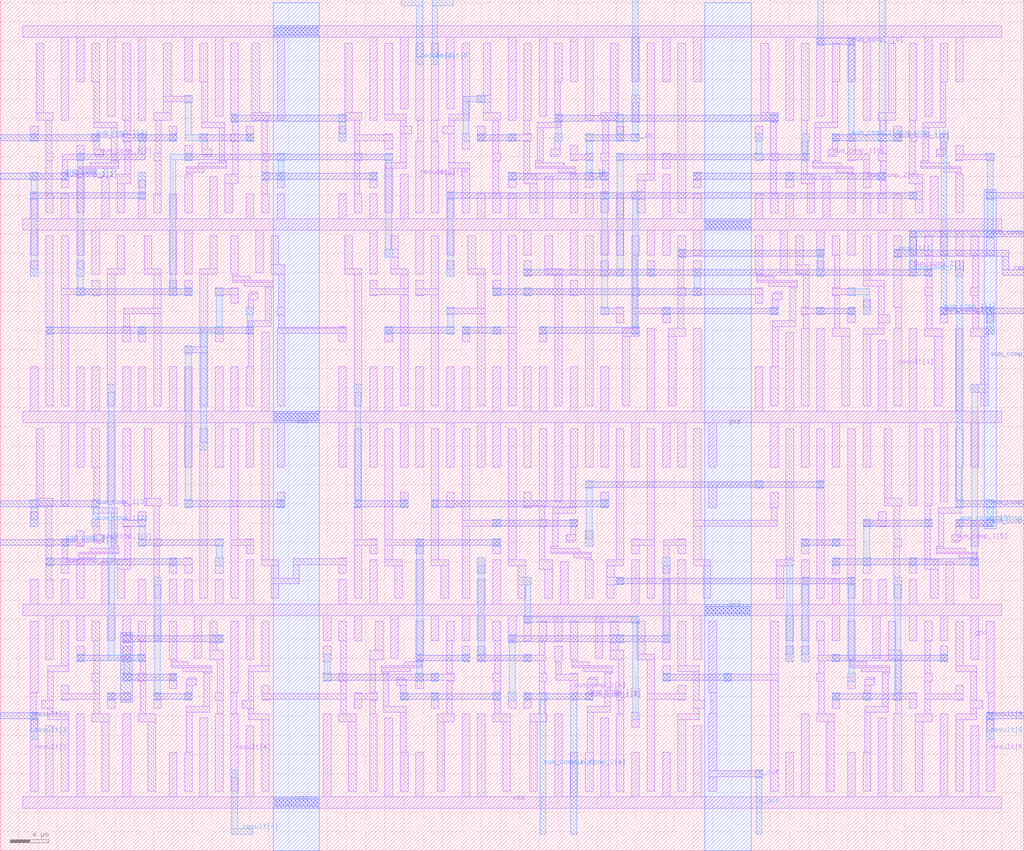
<source format=lef>
VERSION 5.3 ;
   NAMESCASESENSITIVE ON ;
   NOWIREEXTENSIONATPIN ON ;
   DIVIDERCHAR "/" ;
   BUSBITCHARS "[]" ;
UNITS
   DATABASE MICRONS 1000 ;
END UNITS

MACRO PPA_adder
   CLASS BLOCK ;
   FOREIGN PPA_adder ;
   ORIGIN 1.9000 4.0000 ;
   SIZE 106.2000 BY 88.3000 ;
   PIN vdd
      PORT
         LAYER M1 ;
	    RECT 0.4000 80.4000 102.0000 81.6000 ;
	    RECT 4.4000 71.8000 5.2000 80.4000 ;
	    RECT 6.0000 75.8000 6.8000 80.4000 ;
	    RECT 9.2000 72.2000 10.0000 80.4000 ;
	    RECT 12.4000 71.8000 13.2000 80.4000 ;
	    RECT 17.2000 75.8000 18.0000 80.4000 ;
	    RECT 20.4000 72.2000 21.2000 80.4000 ;
	    RECT 26.8000 71.8000 27.6000 80.4000 ;
	    RECT 36.4000 71.8000 37.2000 80.4000 ;
	    RECT 39.6000 73.0000 40.4000 80.4000 ;
	    RECT 44.4000 73.0000 45.2000 80.4000 ;
	    RECT 50.8000 71.8000 51.6000 80.4000 ;
	    RECT 54.0000 72.2000 54.8000 80.4000 ;
	    RECT 57.2000 75.8000 58.0000 80.4000 ;
	    RECT 58.8000 71.8000 59.6000 80.4000 ;
	    RECT 63.6000 75.8000 64.4000 80.4000 ;
	    RECT 66.8000 75.8000 67.6000 80.4000 ;
	    RECT 70.0000 75.8000 70.8000 80.4000 ;
	    RECT 79.6000 71.8000 80.4000 80.4000 ;
	    RECT 82.8000 72.2000 83.6000 80.4000 ;
	    RECT 86.0000 75.8000 86.8000 80.4000 ;
	    RECT 87.6000 71.8000 88.4000 80.4000 ;
	    RECT 94.0000 72.2000 94.8000 80.4000 ;
	    RECT 97.2000 75.8000 98.0000 80.4000 ;
	    RECT 1.2000 41.6000 2.0000 46.2000 ;
	    RECT 6.0000 41.6000 6.8000 46.2000 ;
	    RECT 7.6000 41.6000 8.4000 46.2000 ;
	    RECT 10.8000 41.6000 11.6000 46.2000 ;
	    RECT 12.4000 41.6000 13.2000 46.2000 ;
	    RECT 15.6000 41.6000 16.4000 46.2000 ;
	    RECT 17.2000 41.6000 18.0000 46.2000 ;
	    RECT 20.4000 41.6000 21.2000 46.2000 ;
	    RECT 22.0000 41.6000 22.8000 46.2000 ;
	    RECT 25.2000 41.6000 26.0000 49.8000 ;
	    RECT 33.2000 41.6000 34.0000 46.2000 ;
	    RECT 36.4000 41.6000 37.2000 46.2000 ;
	    RECT 38.0000 41.6000 38.8000 46.2000 ;
	    RECT 41.2000 41.6000 42.0000 46.2000 ;
	    RECT 44.4000 41.6000 45.2000 46.2000 ;
	    RECT 46.0000 41.6000 46.8000 46.2000 ;
	    RECT 49.2000 41.6000 50.0000 46.2000 ;
	    RECT 52.4000 41.6000 53.2000 46.2000 ;
	    RECT 54.0000 41.6000 54.8000 46.2000 ;
	    RECT 57.2000 41.6000 58.0000 46.2000 ;
	    RECT 60.4000 41.6000 61.2000 46.2000 ;
	    RECT 65.2000 41.6000 66.0000 50.2000 ;
	    RECT 70.0000 41.6000 70.8000 50.2000 ;
	    RECT 76.4000 41.6000 77.2000 46.2000 ;
	    RECT 79.6000 41.6000 80.4000 49.8000 ;
	    RECT 82.8000 41.6000 83.6000 50.2000 ;
	    RECT 89.2000 41.6000 90.0000 49.0000 ;
	    RECT 92.4000 41.6000 93.2000 50.2000 ;
	    RECT 97.2000 41.6000 98.0000 50.2000 ;
	    RECT 0.4000 40.4000 102.0000 41.6000 ;
	    RECT 4.4000 31.8000 5.2000 40.4000 ;
	    RECT 6.0000 35.8000 6.8000 40.4000 ;
	    RECT 9.2000 32.2000 10.0000 40.4000 ;
	    RECT 15.6000 31.8000 16.4000 40.4000 ;
	    RECT 17.2000 35.8000 18.0000 40.4000 ;
	    RECT 20.4000 35.8000 21.2000 40.4000 ;
	    RECT 23.6000 35.8000 24.4000 40.4000 ;
	    RECT 26.8000 35.8000 27.6000 40.4000 ;
	    RECT 33.2000 35.8000 34.0000 40.4000 ;
	    RECT 36.4000 35.8000 37.2000 40.4000 ;
	    RECT 39.6000 35.8000 40.4000 40.4000 ;
	    RECT 41.2000 35.8000 42.0000 40.4000 ;
	    RECT 44.4000 35.8000 45.2000 40.4000 ;
	    RECT 47.6000 35.8000 48.4000 40.4000 ;
	    RECT 49.2000 35.8000 50.0000 40.4000 ;
	    RECT 52.4000 35.8000 53.2000 40.4000 ;
	    RECT 55.6000 32.2000 56.4000 40.4000 ;
	    RECT 58.8000 35.8000 59.6000 40.4000 ;
	    RECT 60.4000 35.8000 61.2000 40.4000 ;
	    RECT 63.6000 35.8000 64.4000 40.4000 ;
	    RECT 66.8000 35.8000 67.6000 40.4000 ;
	    RECT 68.4000 35.8000 69.2000 40.4000 ;
	    RECT 71.6000 35.8000 72.4000 40.4000 ;
	    RECT 78.0000 35.8000 78.8000 40.4000 ;
	    RECT 81.2000 35.8000 82.0000 40.4000 ;
	    RECT 84.4000 35.8000 85.2000 40.4000 ;
	    RECT 87.6000 35.8000 88.4000 40.4000 ;
	    RECT 92.4000 31.8000 93.2000 40.4000 ;
	    RECT 95.6000 32.2000 96.4000 40.4000 ;
	    RECT 98.8000 35.8000 99.6000 40.4000 ;
	    RECT 2.8000 1.6000 3.6000 9.0000 ;
	    RECT 6.0000 1.6000 6.8000 10.2000 ;
	    RECT 10.8000 1.6000 11.6000 10.2000 ;
	    RECT 15.6000 1.6000 16.4000 6.2000 ;
	    RECT 18.8000 1.6000 19.6000 9.8000 ;
	    RECT 23.6000 1.6000 24.4000 9.0000 ;
	    RECT 31.6000 1.6000 32.4000 10.2000 ;
	    RECT 38.0000 1.6000 38.8000 9.8000 ;
	    RECT 41.2000 1.6000 42.0000 6.2000 ;
	    RECT 46.0000 1.6000 46.8000 10.2000 ;
	    RECT 47.6000 1.6000 48.4000 10.2000 ;
	    RECT 55.6000 1.6000 56.4000 10.2000 ;
	    RECT 57.2000 1.6000 58.0000 6.2000 ;
	    RECT 60.4000 1.6000 61.2000 9.8000 ;
	    RECT 63.6000 1.6000 64.4000 6.2000 ;
	    RECT 66.8000 1.6000 67.6000 6.2000 ;
	    RECT 70.0000 1.6000 70.8000 9.0000 ;
	    RECT 79.6000 1.6000 80.4000 6.2000 ;
	    RECT 81.2000 1.6000 82.0000 10.2000 ;
	    RECT 86.0000 1.6000 86.8000 6.2000 ;
	    RECT 89.2000 1.6000 90.0000 9.8000 ;
	    RECT 95.6000 1.6000 96.4000 10.2000 ;
	    RECT 98.8000 1.6000 99.6000 9.0000 ;
	    RECT 0.4000 0.4000 102.0000 1.6000 ;
         LAYER metal2 ;
	    RECT 26.4000 80.6000 31.2000 81.4000 ;
	    RECT 26.4000 40.6000 31.2000 41.4000 ;
	    RECT 26.4000 0.6000 31.2000 1.4000 ;
         LAYER M3 ;
	    RECT 26.4000 80.4000 31.2000 81.6000 ;
	    RECT 26.4000 40.4000 31.2000 41.6000 ;
	    RECT 26.4000 0.4000 31.2000 1.6000 ;
         LAYER M4 ;
	    RECT 26.4000 -4.0000 31.2000 84.0000 ;
      END
   END vdd
   PIN gnd
      PORT
         LAYER M1 ;
	    RECT 1.2000 61.6000 2.0000 64.2000 ;
	    RECT 4.4000 61.6000 5.2000 64.2000 ;
	    RECT 8.6000 61.6000 9.4000 66.0000 ;
	    RECT 12.4000 61.6000 13.2000 64.2000 ;
	    RECT 15.6000 61.6000 16.4000 64.2000 ;
	    RECT 19.8000 61.6000 20.6000 66.0000 ;
	    RECT 23.6000 61.6000 24.4000 64.2000 ;
	    RECT 26.8000 61.6000 27.6000 64.2000 ;
	    RECT 33.2000 61.6000 34.0000 64.2000 ;
	    RECT 36.4000 61.6000 37.2000 64.2000 ;
	    RECT 39.6000 61.6000 40.4000 66.2000 ;
	    RECT 44.4000 61.6000 45.2000 66.2000 ;
	    RECT 47.6000 61.6000 48.4000 64.2000 ;
	    RECT 50.8000 61.6000 51.6000 64.2000 ;
	    RECT 54.6000 61.6000 55.4000 66.0000 ;
	    RECT 58.8000 61.6000 59.6000 64.2000 ;
	    RECT 62.0000 61.6000 62.8000 64.2000 ;
	    RECT 66.8000 61.6000 67.6000 66.2000 ;
	    RECT 70.0000 61.6000 70.8000 64.2000 ;
	    RECT 76.4000 61.6000 77.2000 64.2000 ;
	    RECT 79.6000 61.6000 80.4000 64.2000 ;
	    RECT 83.4000 61.6000 84.2000 66.0000 ;
	    RECT 87.6000 61.6000 88.4000 64.2000 ;
	    RECT 90.8000 61.6000 91.6000 64.2000 ;
	    RECT 94.6000 61.6000 95.4000 66.0000 ;
	    RECT 0.4000 60.4000 102.0000 61.6000 ;
	    RECT 1.2000 57.8000 2.0000 60.4000 ;
	    RECT 6.0000 57.8000 6.8000 60.4000 ;
	    RECT 7.6000 55.8000 8.4000 60.4000 ;
	    RECT 15.6000 55.8000 16.4000 60.4000 ;
	    RECT 17.2000 55.8000 18.0000 60.4000 ;
	    RECT 24.6000 56.0000 25.4000 60.4000 ;
	    RECT 36.4000 55.8000 37.2000 60.4000 ;
	    RECT 41.2000 55.8000 42.0000 60.4000 ;
	    RECT 44.4000 57.8000 45.2000 60.4000 ;
	    RECT 49.2000 55.8000 50.0000 60.4000 ;
	    RECT 52.4000 57.8000 53.2000 60.4000 ;
	    RECT 57.2000 55.8000 58.0000 60.4000 ;
	    RECT 60.4000 57.8000 61.2000 60.4000 ;
	    RECT 62.0000 57.8000 62.8000 60.4000 ;
	    RECT 65.2000 57.8000 66.0000 60.4000 ;
	    RECT 66.8000 57.8000 67.6000 60.4000 ;
	    RECT 70.0000 57.8000 70.8000 60.4000 ;
	    RECT 79.0000 56.0000 79.8000 60.4000 ;
	    RECT 82.8000 57.8000 83.6000 60.4000 ;
	    RECT 86.0000 57.8000 86.8000 60.4000 ;
	    RECT 89.2000 55.8000 90.0000 60.4000 ;
	    RECT 92.4000 57.8000 93.2000 60.4000 ;
	    RECT 95.6000 57.8000 96.4000 60.4000 ;
	    RECT 97.2000 57.8000 98.0000 60.4000 ;
	    RECT 100.4000 57.8000 101.2000 60.4000 ;
	    RECT 1.2000 21.6000 2.0000 24.2000 ;
	    RECT 4.4000 21.6000 5.2000 24.2000 ;
	    RECT 8.6000 21.6000 9.4000 26.0000 ;
	    RECT 12.4000 21.6000 13.2000 24.2000 ;
	    RECT 15.6000 21.6000 16.4000 24.2000 ;
	    RECT 17.2000 21.6000 18.0000 24.2000 ;
	    RECT 20.4000 21.6000 21.2000 24.2000 ;
	    RECT 23.6000 21.6000 24.4000 26.2000 ;
	    RECT 33.2000 21.6000 34.0000 24.2000 ;
	    RECT 36.4000 21.6000 37.2000 26.2000 ;
	    RECT 41.2000 21.6000 42.0000 26.2000 ;
	    RECT 47.6000 21.6000 48.4000 24.2000 ;
	    RECT 49.2000 21.6000 50.0000 26.2000 ;
	    RECT 56.2000 21.6000 57.0000 26.0000 ;
	    RECT 63.6000 21.6000 64.4000 26.2000 ;
	    RECT 66.8000 21.6000 67.6000 24.2000 ;
	    RECT 68.4000 21.6000 69.2000 26.2000 ;
	    RECT 81.2000 21.6000 82.0000 26.2000 ;
	    RECT 84.4000 21.6000 85.2000 24.2000 ;
	    RECT 87.6000 21.6000 88.4000 24.2000 ;
	    RECT 89.2000 21.6000 90.0000 24.2000 ;
	    RECT 92.4000 21.6000 93.2000 24.2000 ;
	    RECT 96.2000 21.6000 97.0000 26.0000 ;
	    RECT 0.4000 20.4000 102.0000 21.6000 ;
	    RECT 2.8000 15.8000 3.6000 20.4000 ;
	    RECT 6.0000 17.8000 6.8000 20.4000 ;
	    RECT 9.2000 17.8000 10.0000 20.4000 ;
	    RECT 10.8000 17.8000 11.6000 20.4000 ;
	    RECT 14.0000 17.8000 14.8000 20.4000 ;
	    RECT 18.2000 16.0000 19.0000 20.4000 ;
	    RECT 23.6000 15.8000 24.4000 20.4000 ;
	    RECT 31.6000 17.8000 32.4000 20.4000 ;
	    RECT 34.8000 17.8000 35.6000 20.4000 ;
	    RECT 38.6000 16.0000 39.4000 20.4000 ;
	    RECT 42.8000 17.8000 43.6000 20.4000 ;
	    RECT 46.0000 17.8000 46.8000 20.4000 ;
	    RECT 47.6000 17.8000 48.4000 20.4000 ;
	    RECT 50.8000 17.8000 51.6000 20.4000 ;
	    RECT 52.4000 17.8000 53.2000 20.4000 ;
	    RECT 55.6000 17.8000 56.4000 20.4000 ;
	    RECT 59.8000 16.0000 60.6000 20.4000 ;
	    RECT 66.8000 15.8000 67.6000 20.4000 ;
	    RECT 70.0000 15.8000 70.8000 20.4000 ;
	    RECT 79.6000 17.8000 80.4000 20.4000 ;
	    RECT 81.2000 17.8000 82.0000 20.4000 ;
	    RECT 84.4000 17.8000 85.2000 20.4000 ;
	    RECT 88.6000 16.0000 89.4000 20.4000 ;
	    RECT 92.4000 17.8000 93.2000 20.4000 ;
	    RECT 95.6000 17.8000 96.4000 20.4000 ;
	    RECT 98.8000 15.8000 99.6000 20.4000 ;
         LAYER metal2 ;
	    RECT 71.2000 60.6000 76.0000 61.4000 ;
	    RECT 71.2000 20.6000 76.0000 21.4000 ;
         LAYER M3 ;
	    RECT 71.2000 60.4000 76.0000 61.6000 ;
	    RECT 71.2000 20.4000 76.0000 21.6000 ;
         LAYER M4 ;
	    RECT 71.2000 -4.0000 76.0000 84.0000 ;
      END
   END gnd
   PIN sum_comp_1[0]
      PORT
         LAYER M1 ;
	    RECT 84.4000 69.6000 85.2000 70.4000 ;
	    RECT 90.8000 69.6000 91.6000 71.2000 ;
	    RECT 84.4000 68.8000 85.0000 69.6000 ;
	    RECT 84.0000 68.2000 85.0000 68.8000 ;
	    RECT 84.0000 68.0000 84.8000 68.2000 ;
         LAYER metal2 ;
	    RECT 89.3000 70.4000 89.9000 84.3000 ;
	    RECT 84.4000 69.6000 85.2000 70.4000 ;
	    RECT 89.2000 69.6000 90.0000 70.4000 ;
	    RECT 90.8000 69.6000 91.6000 70.4000 ;
         LAYER M3 ;
	    RECT 84.4000 70.3000 85.2000 70.4000 ;
	    RECT 89.2000 70.3000 90.0000 70.4000 ;
	    RECT 90.8000 70.3000 91.6000 70.4000 ;
	    RECT 84.4000 69.7000 91.6000 70.3000 ;
	    RECT 84.4000 69.6000 85.2000 69.7000 ;
	    RECT 89.2000 69.6000 90.0000 69.7000 ;
	    RECT 90.8000 69.6000 91.6000 69.7000 ;
      END
   END sum_comp_1[0]
   PIN sum_comp_1[1]
      PORT
         LAYER M1 ;
	    RECT 95.6000 69.6000 96.4000 70.4000 ;
	    RECT 95.6000 68.8000 96.2000 69.6000 ;
	    RECT 95.2000 68.2000 96.2000 68.8000 ;
	    RECT 95.2000 68.0000 96.0000 68.2000 ;
	    RECT 95.6000 50.8000 96.4000 52.4000 ;
         LAYER metal2 ;
	    RECT 95.6000 69.6000 96.4000 70.4000 ;
	    RECT 95.7000 52.4000 96.3000 69.6000 ;
	    RECT 95.6000 51.6000 96.4000 52.4000 ;
         LAYER M3 ;
	    RECT 95.6000 52.3000 96.4000 52.4000 ;
	    RECT 95.6000 51.7000 104.3000 52.3000 ;
	    RECT 95.6000 51.6000 96.4000 51.7000 ;
      END
   END sum_comp_1[1]
   PIN sum_comp_1[2]
      PORT
         LAYER M1 ;
	    RECT 1.2000 69.6000 2.0000 71.2000 ;
	    RECT 7.6000 69.6000 8.4000 70.4000 ;
	    RECT 7.8000 68.8000 8.4000 69.6000 ;
	    RECT 7.8000 68.2000 8.8000 68.8000 ;
	    RECT 8.0000 68.0000 8.8000 68.2000 ;
         LAYER metal2 ;
	    RECT 1.2000 69.6000 2.0000 70.4000 ;
	    RECT 7.6000 69.6000 8.4000 70.4000 ;
         LAYER M3 ;
	    RECT 1.2000 70.3000 2.0000 70.4000 ;
	    RECT 7.6000 70.3000 8.4000 70.4000 ;
	    RECT -1.9000 69.7000 8.4000 70.3000 ;
	    RECT 1.2000 69.6000 2.0000 69.7000 ;
	    RECT 7.6000 69.6000 8.4000 69.7000 ;
      END
   END sum_comp_1[2]
   PIN sum_comp_1[3]
      PORT
         LAYER M1 ;
	    RECT 1.2000 29.6000 2.0000 31.2000 ;
	    RECT 7.6000 29.6000 8.4000 30.4000 ;
	    RECT 7.8000 28.8000 8.4000 29.6000 ;
	    RECT 7.8000 28.2000 8.8000 28.8000 ;
	    RECT 8.0000 28.0000 8.8000 28.2000 ;
         LAYER metal2 ;
	    RECT 1.2000 31.6000 2.0000 32.4000 ;
	    RECT 7.6000 31.6000 8.4000 32.4000 ;
	    RECT 1.3000 30.4000 1.9000 31.6000 ;
	    RECT 7.7000 30.4000 8.3000 31.6000 ;
	    RECT 1.2000 29.6000 2.0000 30.4000 ;
	    RECT 7.6000 29.6000 8.4000 30.4000 ;
         LAYER M3 ;
	    RECT 1.2000 32.3000 2.0000 32.4000 ;
	    RECT 7.6000 32.3000 8.4000 32.4000 ;
	    RECT -1.9000 31.7000 8.4000 32.3000 ;
	    RECT 1.2000 31.6000 2.0000 31.7000 ;
	    RECT 7.6000 31.6000 8.4000 31.7000 ;
      END
   END sum_comp_1[3]
   PIN sum_comp_1[4]
      PORT
         LAYER M1 ;
	    RECT 59.2000 13.8000 60.0000 14.0000 ;
	    RECT 59.0000 13.2000 60.0000 13.8000 ;
	    RECT 59.0000 12.4000 59.6000 13.2000 ;
	    RECT 52.4000 10.8000 53.2000 12.4000 ;
	    RECT 58.8000 11.6000 59.6000 12.4000 ;
         LAYER metal2 ;
	    RECT 52.4000 11.6000 53.2000 12.4000 ;
	    RECT 54.0000 11.6000 54.8000 12.4000 ;
	    RECT 58.8000 11.6000 59.6000 12.4000 ;
	    RECT 54.1000 -2.3000 54.7000 11.6000 ;
         LAYER M3 ;
	    RECT 52.4000 12.3000 53.2000 12.4000 ;
	    RECT 54.0000 12.3000 54.8000 12.4000 ;
	    RECT 58.8000 12.3000 59.6000 12.4000 ;
	    RECT 52.4000 11.7000 59.6000 12.3000 ;
	    RECT 52.4000 11.6000 53.2000 11.7000 ;
	    RECT 54.0000 11.6000 54.8000 11.7000 ;
	    RECT 58.8000 11.6000 59.6000 11.7000 ;
      END
   END sum_comp_1[4]
   PIN sum_comp_1[5]
      PORT
         LAYER M1 ;
	    RECT 100.4000 50.8000 101.2000 52.4000 ;
	    RECT 97.2000 29.6000 98.0000 30.4000 ;
	    RECT 97.2000 28.8000 97.8000 29.6000 ;
	    RECT 96.8000 28.2000 97.8000 28.8000 ;
	    RECT 96.8000 28.0000 97.6000 28.2000 ;
         LAYER metal2 ;
	    RECT 100.4000 51.6000 101.2000 52.4000 ;
	    RECT 100.5000 50.4000 101.1000 51.6000 ;
	    RECT 100.4000 49.6000 101.2000 50.4000 ;
	    RECT 97.2000 29.6000 98.0000 30.4000 ;
         LAYER M3 ;
	    RECT 100.4000 64.3000 101.2000 64.4000 ;
	    RECT 100.4000 63.7000 104.3000 64.3000 ;
	    RECT 100.4000 63.6000 101.2000 63.7000 ;
	    RECT 100.4000 49.6000 101.2000 50.4000 ;
	    RECT 97.2000 30.3000 98.0000 30.4000 ;
	    RECT 100.4000 30.3000 101.2000 30.4000 ;
	    RECT 97.2000 29.7000 101.2000 30.3000 ;
	    RECT 97.2000 29.6000 98.0000 29.7000 ;
	    RECT 100.4000 29.6000 101.2000 29.7000 ;
         LAYER M4 ;
	    RECT 100.2000 29.4000 101.4000 64.6000 ;
      END
   END sum_comp_1[5]
   PIN sum_comp_2[0]
      PORT
         LAYER M1 ;
	    RECT 86.0000 68.3000 86.8000 70.4000 ;
	    RECT 86.0000 67.7000 88.3000 68.3000 ;
	    RECT 86.0000 67.6000 86.8000 67.7000 ;
	    RECT 87.7000 66.4000 88.3000 67.7000 ;
	    RECT 87.6000 64.8000 88.4000 66.4000 ;
         LAYER metal2 ;
	    RECT 82.9000 80.4000 83.5000 84.3000 ;
	    RECT 82.8000 79.6000 83.6000 80.4000 ;
	    RECT 86.0000 79.6000 86.8000 80.4000 ;
	    RECT 86.1000 70.4000 86.7000 79.6000 ;
	    RECT 86.0000 69.6000 86.8000 70.4000 ;
         LAYER M3 ;
	    RECT 82.8000 80.3000 83.6000 80.4000 ;
	    RECT 86.0000 80.3000 86.8000 80.4000 ;
	    RECT 82.8000 79.7000 86.8000 80.3000 ;
	    RECT 82.8000 79.6000 83.6000 79.7000 ;
	    RECT 86.0000 79.6000 86.8000 79.7000 ;
      END
   END sum_comp_2[0]
   PIN sum_comp_2[1]
      PORT
         LAYER M1 ;
	    RECT 97.2000 68.3000 98.0000 69.2000 ;
	    RECT 100.4000 68.3000 101.2000 68.4000 ;
	    RECT 97.2000 67.7000 101.2000 68.3000 ;
	    RECT 97.2000 67.6000 98.0000 67.7000 ;
	    RECT 100.4000 67.6000 101.2000 67.7000 ;
	    RECT 92.4000 55.6000 93.2000 57.2000 ;
         LAYER metal2 ;
	    RECT 100.4000 67.6000 101.2000 68.4000 ;
	    RECT 100.5000 60.4000 101.1000 67.6000 ;
	    RECT 92.4000 59.6000 93.2000 60.4000 ;
	    RECT 100.4000 59.6000 101.2000 60.4000 ;
	    RECT 92.5000 56.4000 93.1000 59.6000 ;
	    RECT 92.4000 55.6000 93.2000 56.4000 ;
         LAYER M3 ;
	    RECT 92.4000 60.3000 93.2000 60.4000 ;
	    RECT 100.4000 60.3000 101.2000 60.4000 ;
	    RECT 92.4000 59.7000 104.3000 60.3000 ;
	    RECT 92.4000 59.6000 93.2000 59.7000 ;
	    RECT 100.4000 59.6000 101.2000 59.7000 ;
      END
   END sum_comp_2[1]
   PIN sum_comp_2[2]
      PORT
         LAYER M1 ;
	    RECT 6.0000 68.3000 6.8000 69.2000 ;
	    RECT 4.5000 67.7000 6.8000 68.3000 ;
	    RECT 4.5000 66.4000 5.1000 67.7000 ;
	    RECT 6.0000 67.6000 6.8000 67.7000 ;
	    RECT 4.4000 64.8000 5.2000 66.4000 ;
         LAYER metal2 ;
	    RECT 4.4000 65.6000 5.2000 66.4000 ;
         LAYER M3 ;
	    RECT 4.4000 66.3000 5.2000 66.4000 ;
	    RECT -1.9000 65.7000 5.2000 66.3000 ;
	    RECT 4.4000 65.6000 5.2000 65.7000 ;
      END
   END sum_comp_2[2]
   PIN sum_comp_2[3]
      PORT
         LAYER M1 ;
	    RECT 4.4000 28.3000 5.2000 28.4000 ;
	    RECT 6.0000 28.3000 6.8000 29.2000 ;
	    RECT 4.4000 27.7000 6.8000 28.3000 ;
	    RECT 4.4000 27.6000 5.2000 27.7000 ;
	    RECT 6.0000 27.6000 6.8000 27.7000 ;
	    RECT 4.5000 26.4000 5.1000 27.6000 ;
	    RECT 4.4000 24.8000 5.2000 26.4000 ;
         LAYER metal2 ;
	    RECT 4.4000 27.6000 5.2000 28.4000 ;
         LAYER M3 ;
	    RECT 4.4000 28.3000 5.2000 28.4000 ;
	    RECT -1.9000 27.7000 5.2000 28.3000 ;
	    RECT 4.4000 27.6000 5.2000 27.7000 ;
      END
   END sum_comp_2[3]
   PIN sum_comp_2[4]
      PORT
         LAYER M1 ;
	    RECT 55.6000 15.6000 56.4000 17.2000 ;
	    RECT 55.7000 14.3000 56.3000 15.6000 ;
	    RECT 57.2000 14.3000 58.0000 14.4000 ;
	    RECT 55.7000 13.7000 58.0000 14.3000 ;
	    RECT 57.2000 11.6000 58.0000 13.7000 ;
         LAYER metal2 ;
	    RECT 57.2000 11.6000 58.0000 12.4000 ;
	    RECT 57.3000 -2.3000 57.9000 11.6000 ;
      END
   END sum_comp_2[4]
   PIN sum_comp_2[5]
      PORT
         LAYER M1 ;
	    RECT 97.2000 55.6000 98.0000 57.2000 ;
	    RECT 100.4000 30.3000 101.2000 30.4000 ;
	    RECT 98.8000 29.7000 101.2000 30.3000 ;
	    RECT 98.8000 27.6000 99.6000 29.7000 ;
	    RECT 100.4000 29.6000 101.2000 29.7000 ;
         LAYER metal2 ;
	    RECT 97.2000 55.6000 98.0000 56.4000 ;
	    RECT 97.3000 32.4000 97.9000 55.6000 ;
	    RECT 97.2000 31.6000 98.0000 32.4000 ;
	    RECT 100.4000 31.6000 101.2000 32.4000 ;
	    RECT 100.5000 30.4000 101.1000 31.6000 ;
	    RECT 100.4000 29.6000 101.2000 30.4000 ;
         LAYER M3 ;
	    RECT 97.2000 32.3000 98.0000 32.4000 ;
	    RECT 100.4000 32.3000 101.2000 32.4000 ;
	    RECT 97.2000 31.7000 104.3000 32.3000 ;
	    RECT 97.2000 31.6000 98.0000 31.7000 ;
	    RECT 100.4000 31.6000 101.2000 31.7000 ;
      END
   END sum_comp_2[5]
   PIN c_in
      PORT
         LAYER M1 ;
	    RECT 63.6000 71.6000 64.4000 74.4000 ;
	    RECT 57.2000 68.3000 58.0000 69.2000 ;
	    RECT 58.8000 68.3000 59.6000 68.4000 ;
	    RECT 57.2000 67.7000 59.6000 68.3000 ;
	    RECT 57.2000 67.6000 58.0000 67.7000 ;
	    RECT 58.8000 67.6000 59.6000 67.7000 ;
	    RECT 58.8000 64.8000 59.6000 66.4000 ;
         LAYER metal2 ;
	    RECT 63.7000 74.4000 64.3000 84.3000 ;
	    RECT 63.6000 73.6000 64.4000 74.4000 ;
	    RECT 63.7000 70.4000 64.3000 73.6000 ;
	    RECT 58.8000 69.6000 59.6000 70.4000 ;
	    RECT 63.6000 69.6000 64.4000 70.4000 ;
	    RECT 58.9000 68.4000 59.5000 69.6000 ;
	    RECT 58.8000 67.6000 59.6000 68.4000 ;
	    RECT 58.9000 66.4000 59.5000 67.6000 ;
	    RECT 58.8000 65.6000 59.6000 66.4000 ;
         LAYER M3 ;
	    RECT 58.8000 70.3000 59.6000 70.4000 ;
	    RECT 63.6000 70.3000 64.4000 70.4000 ;
	    RECT 58.8000 69.7000 64.4000 70.3000 ;
	    RECT 58.8000 69.6000 59.6000 69.7000 ;
	    RECT 63.6000 69.6000 64.4000 69.7000 ;
      END
   END c_in
   PIN result[0]
      PORT
         LAYER M1 ;
	    RECT 42.8000 71.8000 43.6000 79.8000 ;
	    RECT 42.8000 69.6000 43.4000 71.8000 ;
	    RECT 42.8000 62.2000 43.6000 69.6000 ;
         LAYER metal2 ;
	    RECT 42.9000 83.7000 45.1000 84.3000 ;
	    RECT 42.9000 78.4000 43.5000 83.7000 ;
	    RECT 42.8000 77.6000 43.6000 78.4000 ;
      END
   END result[0]
   PIN result[1]
      PORT
         LAYER M1 ;
	    RECT 90.8000 52.4000 91.6000 59.8000 ;
	    RECT 91.0000 50.2000 91.6000 52.4000 ;
	    RECT 90.8000 42.2000 91.6000 50.2000 ;
         LAYER metal2 ;
	    RECT 90.8000 57.6000 91.6000 58.4000 ;
         LAYER M3 ;
	    RECT 90.8000 58.3000 91.6000 58.4000 ;
	    RECT 90.8000 57.7000 102.7000 58.3000 ;
	    RECT 90.8000 57.6000 91.6000 57.7000 ;
	    RECT 102.1000 56.3000 102.7000 57.7000 ;
	    RECT 102.1000 55.7000 104.3000 56.3000 ;
      END
   END result[1]
   PIN result[2]
      PORT
         LAYER M1 ;
	    RECT 41.2000 71.8000 42.0000 79.8000 ;
	    RECT 41.4000 69.6000 42.0000 71.8000 ;
	    RECT 41.2000 62.2000 42.0000 69.6000 ;
         LAYER metal2 ;
	    RECT 39.7000 83.7000 41.9000 84.3000 ;
	    RECT 41.3000 78.4000 41.9000 83.7000 ;
	    RECT 41.2000 77.6000 42.0000 78.4000 ;
      END
   END result[2]
   PIN result[3]
      PORT
         LAYER M1 ;
	    RECT 1.2000 12.4000 2.0000 19.8000 ;
	    RECT 1.2000 10.2000 1.8000 12.4000 ;
	    RECT 1.2000 2.2000 2.0000 10.2000 ;
         LAYER metal2 ;
	    RECT 1.2000 9.6000 2.0000 10.4000 ;
	    RECT 1.3000 8.4000 1.9000 9.6000 ;
	    RECT 1.2000 7.6000 2.0000 8.4000 ;
         LAYER M3 ;
	    RECT 1.2000 10.3000 2.0000 10.4000 ;
	    RECT -1.9000 9.7000 2.0000 10.3000 ;
	    RECT 1.2000 9.6000 2.0000 9.7000 ;
      END
   END result[3]
   PIN result[4]
      PORT
         LAYER M1 ;
	    RECT 22.0000 12.4000 22.8000 19.8000 ;
	    RECT 22.0000 10.2000 22.6000 12.4000 ;
	    RECT 22.0000 2.2000 22.8000 10.2000 ;
         LAYER metal2 ;
	    RECT 22.0000 3.6000 22.8000 4.4000 ;
	    RECT 22.1000 -1.7000 22.7000 3.6000 ;
	    RECT 22.1000 -2.3000 24.3000 -1.7000 ;
      END
   END result[4]
   PIN result[5]
      PORT
         LAYER M1 ;
	    RECT 100.4000 12.4000 101.2000 19.8000 ;
	    RECT 100.6000 10.2000 101.2000 12.4000 ;
	    RECT 100.4000 2.2000 101.2000 10.2000 ;
         LAYER metal2 ;
	    RECT 100.4000 9.6000 101.2000 10.4000 ;
	    RECT 100.5000 8.4000 101.1000 9.6000 ;
	    RECT 100.4000 7.6000 101.2000 8.4000 ;
         LAYER M3 ;
	    RECT 100.4000 10.3000 101.2000 10.4000 ;
	    RECT 100.4000 9.7000 104.3000 10.3000 ;
	    RECT 100.4000 9.6000 101.2000 9.7000 ;
      END
   END result[5]
   PIN c_out
      PORT
         LAYER M1 ;
	    RECT 71.6000 12.4000 72.4000 19.8000 ;
	    RECT 71.8000 10.2000 72.4000 12.4000 ;
	    RECT 71.6000 4.3000 72.4000 10.2000 ;
	    RECT 76.4000 4.3000 77.2000 4.4000 ;
	    RECT 71.6000 3.7000 77.2000 4.3000 ;
	    RECT 71.6000 2.2000 72.4000 3.7000 ;
	    RECT 76.4000 3.6000 77.2000 3.7000 ;
         LAYER metal2 ;
	    RECT 76.4000 3.6000 77.2000 4.4000 ;
	    RECT 76.5000 -2.3000 77.1000 3.6000 ;
      END
   END c_out
   OBS
         LAYER M1 ;
	    RECT 1.8000 72.6000 2.6000 79.8000 ;
	    RECT 7.6000 75.8000 8.4000 79.8000 ;
	    RECT 1.8000 71.8000 3.6000 72.6000 ;
	    RECT 2.8000 68.4000 3.4000 71.8000 ;
	    RECT 7.8000 71.6000 8.4000 75.8000 ;
	    RECT 10.8000 71.8000 11.6000 79.8000 ;
	    RECT 15.0000 74.3000 15.8000 79.8000 ;
	    RECT 18.8000 75.8000 19.6000 79.8000 ;
	    RECT 17.2000 74.3000 18.0000 74.4000 ;
	    RECT 15.0000 73.7000 18.0000 74.3000 ;
	    RECT 15.0000 72.6000 15.8000 73.7000 ;
	    RECT 17.2000 73.6000 18.0000 73.7000 ;
	    RECT 14.0000 71.8000 15.8000 72.6000 ;
	    RECT 7.8000 71.0000 10.2000 71.6000 ;
	    RECT 2.8000 67.6000 3.6000 68.4000 ;
	    RECT 9.6000 67.6000 10.2000 71.0000 ;
	    RECT 11.0000 70.4000 11.6000 71.8000 ;
	    RECT 10.8000 70.3000 11.6000 70.4000 ;
	    RECT 12.4000 70.3000 13.2000 70.4000 ;
	    RECT 10.8000 69.7000 13.2000 70.3000 ;
	    RECT 10.8000 69.6000 11.6000 69.7000 ;
	    RECT 12.4000 69.6000 13.2000 69.7000 ;
	    RECT 1.2000 66.3000 2.0000 66.4000 ;
	    RECT 2.8000 66.3000 3.4000 67.6000 ;
	    RECT 9.6000 67.4000 10.4000 67.6000 ;
	    RECT 7.4000 67.0000 10.4000 67.4000 ;
	    RECT 6.2000 66.8000 10.4000 67.0000 ;
	    RECT 6.2000 66.4000 8.0000 66.8000 ;
	    RECT 1.2000 65.7000 3.5000 66.3000 ;
	    RECT 6.2000 66.2000 6.8000 66.4000 ;
	    RECT 11.0000 66.2000 11.6000 69.6000 ;
	    RECT 14.2000 68.4000 14.8000 71.8000 ;
	    RECT 19.0000 71.6000 19.6000 75.8000 ;
	    RECT 22.0000 71.6000 22.8000 79.8000 ;
	    RECT 24.2000 72.6000 25.0000 79.8000 ;
	    RECT 33.8000 72.6000 34.6000 79.8000 ;
	    RECT 24.2000 71.8000 26.0000 72.6000 ;
	    RECT 33.8000 71.8000 35.6000 72.6000 ;
	    RECT 38.0000 72.4000 38.8000 79.8000 ;
	    RECT 46.0000 72.4000 46.8000 79.8000 ;
	    RECT 48.2000 74.4000 49.0000 79.8000 ;
	    RECT 47.6000 73.6000 49.0000 74.4000 ;
	    RECT 38.0000 71.8000 40.2000 72.4000 ;
	    RECT 15.6000 69.6000 16.4000 71.2000 ;
	    RECT 19.0000 71.0000 21.4000 71.6000 ;
	    RECT 18.8000 69.6000 19.6000 70.4000 ;
	    RECT 14.0000 67.6000 14.8000 68.4000 ;
	    RECT 17.2000 67.6000 18.0000 69.2000 ;
	    RECT 19.0000 68.8000 19.6000 69.6000 ;
	    RECT 19.0000 68.2000 20.0000 68.8000 ;
	    RECT 19.2000 68.0000 20.0000 68.2000 ;
	    RECT 20.8000 67.6000 21.4000 71.0000 ;
	    RECT 22.2000 70.4000 22.8000 71.6000 ;
	    RECT 22.0000 69.6000 22.8000 70.4000 ;
	    RECT 23.6000 69.6000 24.4000 71.2000 ;
	    RECT 1.2000 65.6000 2.0000 65.7000 ;
	    RECT 2.8000 64.2000 3.4000 65.7000 ;
	    RECT 2.8000 62.2000 3.6000 64.2000 ;
	    RECT 6.0000 62.2000 6.8000 66.2000 ;
	    RECT 10.2000 65.2000 11.6000 66.2000 ;
	    RECT 10.2000 62.2000 11.0000 65.2000 ;
	    RECT 12.4000 64.8000 13.2000 66.4000 ;
	    RECT 14.2000 64.2000 14.8000 67.6000 ;
	    RECT 20.8000 67.4000 21.6000 67.6000 ;
	    RECT 18.6000 67.0000 21.6000 67.4000 ;
	    RECT 17.4000 66.8000 21.6000 67.0000 ;
	    RECT 17.4000 66.4000 19.2000 66.8000 ;
	    RECT 17.4000 66.2000 18.0000 66.4000 ;
	    RECT 22.2000 66.2000 22.8000 69.6000 ;
	    RECT 14.0000 62.2000 14.8000 64.2000 ;
	    RECT 17.2000 62.2000 18.0000 66.2000 ;
	    RECT 21.4000 65.2000 22.8000 66.2000 ;
	    RECT 25.2000 68.4000 25.8000 71.8000 ;
	    RECT 33.2000 69.6000 34.0000 71.2000 ;
	    RECT 34.8000 70.3000 35.4000 71.8000 ;
	    RECT 39.6000 71.2000 40.2000 71.8000 ;
	    RECT 44.6000 71.8000 46.8000 72.4000 ;
	    RECT 48.2000 72.6000 49.0000 73.6000 ;
	    RECT 48.2000 71.8000 50.0000 72.6000 ;
	    RECT 52.4000 71.8000 53.2000 79.8000 ;
	    RECT 55.6000 75.8000 56.4000 79.8000 ;
	    RECT 44.6000 71.2000 45.2000 71.8000 ;
	    RECT 39.6000 70.4000 40.8000 71.2000 ;
	    RECT 44.0000 70.4000 45.2000 71.2000 ;
	    RECT 38.0000 70.3000 38.8000 70.4000 ;
	    RECT 34.8000 69.7000 38.8000 70.3000 ;
	    RECT 34.8000 68.4000 35.4000 69.7000 ;
	    RECT 38.0000 68.8000 38.8000 69.7000 ;
	    RECT 25.2000 67.6000 26.0000 68.4000 ;
	    RECT 34.8000 67.6000 35.6000 68.4000 ;
	    RECT 25.2000 66.4000 25.8000 67.6000 ;
	    RECT 25.2000 65.6000 26.0000 66.4000 ;
	    RECT 21.4000 62.2000 22.2000 65.2000 ;
	    RECT 25.2000 64.2000 25.8000 65.6000 ;
	    RECT 26.8000 64.8000 27.6000 66.4000 ;
	    RECT 34.8000 64.2000 35.4000 67.6000 ;
	    RECT 39.6000 67.4000 40.2000 70.4000 ;
	    RECT 38.0000 66.8000 40.2000 67.4000 ;
	    RECT 44.6000 67.4000 45.2000 70.4000 ;
	    RECT 46.0000 68.8000 46.8000 70.4000 ;
	    RECT 47.6000 69.6000 48.4000 71.2000 ;
	    RECT 49.2000 68.4000 49.8000 71.8000 ;
	    RECT 52.4000 70.4000 53.0000 71.8000 ;
	    RECT 55.6000 71.6000 56.2000 75.8000 ;
	    RECT 61.4000 72.6000 62.2000 79.8000 ;
	    RECT 60.4000 71.8000 62.2000 72.6000 ;
	    RECT 53.8000 71.0000 56.2000 71.6000 ;
	    RECT 50.8000 70.3000 51.6000 70.4000 ;
	    RECT 52.4000 70.3000 53.2000 70.4000 ;
	    RECT 50.8000 69.7000 53.2000 70.3000 ;
	    RECT 50.8000 69.6000 51.6000 69.7000 ;
	    RECT 52.4000 69.6000 53.2000 69.7000 ;
	    RECT 49.2000 67.6000 50.0000 68.4000 ;
	    RECT 44.6000 66.8000 46.8000 67.4000 ;
	    RECT 36.4000 64.8000 37.2000 66.4000 ;
	    RECT 25.2000 62.2000 26.0000 64.2000 ;
	    RECT 34.8000 62.2000 35.6000 64.2000 ;
	    RECT 38.0000 62.2000 38.8000 66.8000 ;
	    RECT 46.0000 62.2000 46.8000 66.8000 ;
	    RECT 49.2000 64.2000 49.8000 67.6000 ;
	    RECT 50.8000 64.8000 51.6000 66.4000 ;
	    RECT 52.4000 66.2000 53.0000 69.6000 ;
	    RECT 53.8000 67.6000 54.4000 71.0000 ;
	    RECT 55.6000 69.6000 56.4000 70.4000 ;
	    RECT 55.6000 68.8000 56.2000 69.6000 ;
	    RECT 55.2000 68.2000 56.2000 68.8000 ;
	    RECT 60.6000 68.4000 61.2000 71.8000 ;
	    RECT 62.0000 69.6000 62.8000 71.2000 ;
	    RECT 55.2000 68.0000 56.0000 68.2000 ;
	    RECT 60.4000 67.6000 61.2000 68.4000 ;
	    RECT 53.6000 67.4000 54.4000 67.6000 ;
	    RECT 53.6000 67.0000 56.6000 67.4000 ;
	    RECT 53.6000 66.8000 57.8000 67.0000 ;
	    RECT 56.0000 66.4000 57.8000 66.8000 ;
	    RECT 60.6000 66.4000 61.2000 67.6000 ;
	    RECT 57.2000 66.2000 57.8000 66.4000 ;
	    RECT 52.4000 65.2000 53.8000 66.2000 ;
	    RECT 49.2000 62.2000 50.0000 64.2000 ;
	    RECT 53.0000 62.2000 53.8000 65.2000 ;
	    RECT 57.2000 62.2000 58.0000 66.2000 ;
	    RECT 60.4000 65.6000 61.2000 66.4000 ;
	    RECT 65.2000 66.2000 66.0000 79.8000 ;
	    RECT 66.8000 68.3000 67.6000 68.4000 ;
	    RECT 68.4000 68.3000 69.2000 79.8000 ;
	    RECT 77.0000 72.6000 77.8000 79.8000 ;
	    RECT 77.0000 71.8000 78.8000 72.6000 ;
	    RECT 78.0000 71.6000 78.8000 71.8000 ;
	    RECT 81.2000 71.8000 82.0000 79.8000 ;
	    RECT 84.4000 75.8000 85.2000 79.8000 ;
	    RECT 76.4000 69.6000 77.2000 71.2000 ;
	    RECT 66.8000 67.7000 69.2000 68.3000 ;
	    RECT 66.8000 66.8000 67.6000 67.7000 ;
	    RECT 60.6000 64.2000 61.2000 65.6000 ;
	    RECT 64.2000 65.6000 66.0000 66.2000 ;
	    RECT 64.2000 64.4000 65.0000 65.6000 ;
	    RECT 60.4000 62.2000 61.2000 64.2000 ;
	    RECT 63.6000 63.6000 65.0000 64.4000 ;
	    RECT 64.2000 62.2000 65.0000 63.6000 ;
	    RECT 68.4000 62.2000 69.2000 67.7000 ;
	    RECT 78.0000 68.4000 78.6000 71.6000 ;
	    RECT 81.2000 70.4000 81.8000 71.8000 ;
	    RECT 84.4000 71.6000 85.0000 75.8000 ;
	    RECT 90.2000 72.6000 91.0000 79.8000 ;
	    RECT 89.2000 71.8000 91.0000 72.6000 ;
	    RECT 92.4000 71.8000 93.2000 79.8000 ;
	    RECT 95.6000 75.8000 96.4000 79.8000 ;
	    RECT 82.6000 71.0000 85.0000 71.6000 ;
	    RECT 81.2000 69.6000 82.0000 70.4000 ;
	    RECT 78.0000 67.6000 78.8000 68.4000 ;
	    RECT 70.0000 64.8000 70.8000 66.4000 ;
	    RECT 78.0000 64.2000 78.6000 67.6000 ;
	    RECT 79.6000 64.8000 80.4000 66.4000 ;
	    RECT 81.2000 66.2000 81.8000 69.6000 ;
	    RECT 82.6000 67.6000 83.2000 71.0000 ;
	    RECT 89.4000 68.4000 90.0000 71.8000 ;
	    RECT 89.2000 67.6000 90.0000 68.4000 ;
	    RECT 82.4000 67.4000 83.2000 67.6000 ;
	    RECT 82.4000 67.0000 85.4000 67.4000 ;
	    RECT 82.4000 66.8000 86.6000 67.0000 ;
	    RECT 84.8000 66.4000 86.6000 66.8000 ;
	    RECT 89.4000 66.4000 90.0000 67.6000 ;
	    RECT 86.0000 66.2000 86.6000 66.4000 ;
	    RECT 81.2000 65.2000 82.6000 66.2000 ;
	    RECT 78.0000 62.2000 78.8000 64.2000 ;
	    RECT 81.8000 62.2000 82.6000 65.2000 ;
	    RECT 86.0000 62.2000 86.8000 66.2000 ;
	    RECT 89.2000 65.6000 90.0000 66.4000 ;
	    RECT 89.4000 64.2000 90.0000 65.6000 ;
	    RECT 92.4000 70.4000 93.0000 71.8000 ;
	    RECT 95.6000 71.6000 96.2000 75.8000 ;
	    RECT 93.8000 71.0000 96.2000 71.6000 ;
	    RECT 92.4000 69.6000 93.2000 70.4000 ;
	    RECT 92.4000 66.2000 93.0000 69.6000 ;
	    RECT 93.8000 67.6000 94.4000 71.0000 ;
	    RECT 93.6000 67.4000 94.4000 67.6000 ;
	    RECT 93.6000 67.0000 96.6000 67.4000 ;
	    RECT 93.6000 66.8000 97.8000 67.0000 ;
	    RECT 96.0000 66.4000 97.8000 66.8000 ;
	    RECT 97.2000 66.2000 97.8000 66.4000 ;
	    RECT 92.4000 65.2000 93.8000 66.2000 ;
	    RECT 93.0000 64.4000 93.8000 65.2000 ;
	    RECT 89.2000 62.2000 90.0000 64.2000 ;
	    RECT 92.4000 63.6000 93.8000 64.4000 ;
	    RECT 93.0000 62.2000 93.8000 63.6000 ;
	    RECT 97.2000 62.2000 98.0000 66.2000 ;
	    RECT 1.2000 55.6000 2.0000 57.2000 ;
	    RECT 2.8000 42.2000 3.6000 59.8000 ;
	    RECT 4.4000 54.3000 5.2000 59.8000 ;
	    RECT 6.0000 55.6000 6.8000 57.2000 ;
	    RECT 10.2000 56.4000 11.0000 59.8000 ;
	    RECT 9.2000 55.8000 11.0000 56.4000 ;
	    RECT 13.0000 56.4000 13.8000 59.8000 ;
	    RECT 19.8000 56.4000 20.6000 59.8000 ;
	    RECT 13.0000 55.8000 14.8000 56.4000 ;
	    RECT 7.6000 54.3000 8.4000 55.2000 ;
	    RECT 4.4000 53.7000 8.4000 54.3000 ;
	    RECT 4.4000 42.2000 5.2000 53.7000 ;
	    RECT 7.6000 53.6000 8.4000 53.7000 ;
	    RECT 9.2000 42.2000 10.0000 55.8000 ;
	    RECT 14.0000 52.3000 14.8000 55.8000 ;
	    RECT 18.8000 55.8000 20.6000 56.4000 ;
	    RECT 22.0000 55.8000 22.8000 59.8000 ;
	    RECT 26.2000 56.8000 27.0000 59.8000 ;
	    RECT 26.2000 55.8000 27.6000 56.8000 ;
	    RECT 33.8000 56.4000 34.6000 59.8000 ;
	    RECT 38.6000 58.4000 39.4000 59.8000 ;
	    RECT 38.0000 57.6000 39.4000 58.4000 ;
	    RECT 38.6000 56.4000 39.4000 57.6000 ;
	    RECT 33.8000 55.8000 35.6000 56.4000 ;
	    RECT 38.6000 55.8000 40.4000 56.4000 ;
	    RECT 15.6000 53.6000 16.4000 55.2000 ;
	    RECT 17.2000 53.6000 18.0000 55.2000 ;
	    RECT 10.9000 51.7000 14.8000 52.3000 ;
	    RECT 10.9000 50.4000 11.5000 51.7000 ;
	    RECT 10.8000 48.8000 11.6000 50.4000 ;
	    RECT 12.4000 48.8000 13.2000 50.4000 ;
	    RECT 14.0000 42.2000 14.8000 51.7000 ;
	    RECT 17.2000 48.3000 18.0000 48.4000 ;
	    RECT 18.8000 48.3000 19.6000 55.8000 ;
	    RECT 22.2000 55.6000 22.8000 55.8000 ;
	    RECT 22.2000 55.2000 24.0000 55.6000 ;
	    RECT 22.2000 55.0000 26.4000 55.2000 ;
	    RECT 23.4000 54.6000 26.4000 55.0000 ;
	    RECT 25.6000 54.4000 26.4000 54.6000 ;
	    RECT 20.4000 54.3000 21.2000 54.4000 ;
	    RECT 22.0000 54.3000 22.8000 54.4000 ;
	    RECT 20.4000 53.7000 22.8000 54.3000 ;
	    RECT 24.0000 53.8000 24.8000 54.0000 ;
	    RECT 20.4000 53.6000 21.2000 53.7000 ;
	    RECT 22.0000 52.8000 22.8000 53.7000 ;
	    RECT 23.8000 53.2000 24.8000 53.8000 ;
	    RECT 23.8000 52.4000 24.4000 53.2000 ;
	    RECT 23.6000 51.6000 24.4000 52.4000 ;
	    RECT 25.6000 51.0000 26.2000 54.4000 ;
	    RECT 27.0000 52.4000 27.6000 55.8000 ;
	    RECT 26.8000 51.6000 27.6000 52.4000 ;
	    RECT 23.8000 50.4000 26.2000 51.0000 ;
	    RECT 20.4000 48.8000 21.2000 50.4000 ;
	    RECT 17.2000 47.7000 19.6000 48.3000 ;
	    RECT 17.2000 47.6000 18.0000 47.7000 ;
	    RECT 18.8000 42.2000 19.6000 47.7000 ;
	    RECT 23.8000 46.2000 24.4000 50.4000 ;
	    RECT 27.0000 50.3000 27.6000 51.6000 ;
	    RECT 33.2000 50.3000 34.0000 50.4000 ;
	    RECT 26.9000 50.2000 34.0000 50.3000 ;
	    RECT 23.6000 42.2000 24.4000 46.2000 ;
	    RECT 26.8000 49.7000 34.0000 50.2000 ;
	    RECT 26.8000 42.2000 27.6000 49.7000 ;
	    RECT 33.2000 48.8000 34.0000 49.7000 ;
	    RECT 34.8000 42.2000 35.6000 55.8000 ;
	    RECT 36.4000 54.3000 37.2000 55.2000 ;
	    RECT 39.6000 54.3000 40.4000 55.8000 ;
	    RECT 36.4000 53.7000 40.4000 54.3000 ;
	    RECT 36.4000 53.6000 37.2000 53.7000 ;
	    RECT 38.0000 48.8000 38.8000 50.4000 ;
	    RECT 39.6000 42.2000 40.4000 53.7000 ;
	    RECT 41.2000 54.3000 42.0000 55.2000 ;
	    RECT 42.8000 54.3000 43.6000 59.8000 ;
	    RECT 44.4000 55.6000 45.2000 57.2000 ;
	    RECT 46.6000 56.4000 47.4000 59.8000 ;
	    RECT 46.6000 55.8000 48.4000 56.4000 ;
	    RECT 41.2000 53.7000 43.6000 54.3000 ;
	    RECT 41.2000 53.6000 42.0000 53.7000 ;
	    RECT 42.8000 42.2000 43.6000 53.7000 ;
	    RECT 44.4000 52.3000 45.2000 52.4000 ;
	    RECT 47.6000 52.3000 48.4000 55.8000 ;
	    RECT 49.2000 53.6000 50.0000 55.2000 ;
	    RECT 44.4000 51.7000 48.4000 52.3000 ;
	    RECT 44.4000 51.6000 45.2000 51.7000 ;
	    RECT 46.0000 48.8000 46.8000 50.4000 ;
	    RECT 47.6000 42.2000 48.4000 51.7000 ;
	    RECT 49.2000 50.3000 50.0000 50.4000 ;
	    RECT 50.8000 50.3000 51.6000 59.8000 ;
	    RECT 52.4000 55.6000 53.2000 57.2000 ;
	    RECT 54.6000 56.4000 55.4000 59.8000 ;
	    RECT 54.6000 55.8000 56.4000 56.4000 ;
	    RECT 52.4000 54.3000 53.2000 54.4000 ;
	    RECT 55.6000 54.3000 56.4000 55.8000 ;
	    RECT 52.4000 53.7000 56.4000 54.3000 ;
	    RECT 52.4000 53.6000 53.2000 53.7000 ;
	    RECT 49.2000 49.7000 51.6000 50.3000 ;
	    RECT 49.2000 49.6000 50.0000 49.7000 ;
	    RECT 50.8000 42.2000 51.6000 49.7000 ;
	    RECT 54.0000 48.8000 54.8000 50.4000 ;
	    RECT 55.6000 42.2000 56.4000 53.7000 ;
	    RECT 57.2000 54.3000 58.0000 55.2000 ;
	    RECT 58.8000 54.3000 59.6000 59.8000 ;
	    RECT 63.6000 57.8000 64.4000 59.8000 ;
	    RECT 60.4000 56.3000 61.2000 57.2000 ;
	    RECT 62.0000 56.3000 62.8000 56.4000 ;
	    RECT 60.4000 55.7000 62.8000 56.3000 ;
	    RECT 60.4000 55.6000 61.2000 55.7000 ;
	    RECT 62.0000 55.6000 62.8000 55.7000 ;
	    RECT 57.2000 53.7000 59.6000 54.3000 ;
	    RECT 57.2000 53.6000 58.0000 53.7000 ;
	    RECT 58.8000 42.2000 59.6000 53.7000 ;
	    RECT 63.6000 54.4000 64.2000 57.8000 ;
	    RECT 68.4000 57.6000 69.2000 59.8000 ;
	    RECT 65.2000 55.6000 66.0000 57.2000 ;
	    RECT 68.4000 54.4000 69.0000 57.6000 ;
	    RECT 70.0000 55.6000 70.8000 57.2000 ;
	    RECT 76.4000 55.8000 77.2000 59.8000 ;
	    RECT 80.6000 56.8000 81.4000 59.8000 ;
	    RECT 84.4000 57.8000 85.2000 59.8000 ;
	    RECT 80.6000 55.8000 82.0000 56.8000 ;
	    RECT 76.6000 55.6000 77.2000 55.8000 ;
	    RECT 76.6000 55.2000 78.4000 55.6000 ;
	    RECT 76.6000 55.0000 80.8000 55.2000 ;
	    RECT 77.8000 54.6000 80.8000 55.0000 ;
	    RECT 80.0000 54.4000 80.8000 54.6000 ;
	    RECT 63.6000 53.6000 64.4000 54.4000 ;
	    RECT 68.4000 53.6000 69.2000 54.4000 ;
	    RECT 70.0000 54.3000 70.8000 54.4000 ;
	    RECT 76.4000 54.3000 77.2000 54.4000 ;
	    RECT 70.0000 53.7000 77.2000 54.3000 ;
	    RECT 78.4000 53.8000 79.2000 54.0000 ;
	    RECT 70.0000 53.6000 70.8000 53.7000 ;
	    RECT 60.4000 52.3000 61.2000 52.4000 ;
	    RECT 62.0000 52.3000 62.8000 52.4000 ;
	    RECT 60.4000 51.7000 62.8000 52.3000 ;
	    RECT 60.4000 51.6000 61.2000 51.7000 ;
	    RECT 62.0000 50.8000 62.8000 51.7000 ;
	    RECT 63.6000 52.3000 64.2000 53.6000 ;
	    RECT 66.8000 52.3000 67.6000 52.4000 ;
	    RECT 63.6000 51.7000 67.6000 52.3000 ;
	    RECT 63.6000 50.2000 64.2000 51.7000 ;
	    RECT 66.8000 50.8000 67.6000 51.7000 ;
	    RECT 68.4000 50.2000 69.0000 53.6000 ;
	    RECT 76.4000 52.8000 77.2000 53.7000 ;
	    RECT 78.2000 53.2000 79.2000 53.8000 ;
	    RECT 78.2000 52.4000 78.8000 53.2000 ;
	    RECT 78.0000 51.6000 78.8000 52.4000 ;
	    RECT 80.0000 51.0000 80.6000 54.4000 ;
	    RECT 81.4000 52.4000 82.0000 55.8000 ;
	    RECT 82.8000 55.6000 83.6000 57.2000 ;
	    RECT 84.6000 54.4000 85.2000 57.8000 ;
	    RECT 87.6000 55.2000 88.4000 59.8000 ;
	    RECT 94.0000 57.8000 94.8000 59.8000 ;
	    RECT 98.8000 57.8000 99.6000 59.8000 ;
	    RECT 94.2000 56.4000 94.8000 57.8000 ;
	    RECT 94.0000 55.6000 94.8000 56.4000 ;
	    RECT 87.6000 54.6000 89.8000 55.2000 ;
	    RECT 84.4000 54.3000 85.2000 54.4000 ;
	    RECT 86.0000 54.3000 86.8000 54.4000 ;
	    RECT 84.4000 53.7000 86.8000 54.3000 ;
	    RECT 84.4000 53.6000 85.2000 53.7000 ;
	    RECT 86.0000 53.6000 86.8000 53.7000 ;
	    RECT 81.2000 52.3000 82.0000 52.4000 ;
	    RECT 82.8000 52.3000 83.6000 52.4000 ;
	    RECT 81.2000 51.7000 83.6000 52.3000 ;
	    RECT 81.2000 51.6000 82.0000 51.7000 ;
	    RECT 82.8000 51.6000 83.6000 51.7000 ;
	    RECT 78.2000 50.4000 80.6000 51.0000 ;
	    RECT 62.6000 49.4000 64.4000 50.2000 ;
	    RECT 67.4000 49.4000 69.2000 50.2000 ;
	    RECT 62.6000 42.2000 63.4000 49.4000 ;
	    RECT 67.4000 42.2000 68.2000 49.4000 ;
	    RECT 78.2000 46.2000 78.8000 50.4000 ;
	    RECT 81.4000 50.2000 82.0000 51.6000 ;
	    RECT 84.6000 50.2000 85.2000 53.6000 ;
	    RECT 86.0000 50.8000 86.8000 52.4000 ;
	    RECT 87.6000 51.6000 88.4000 53.2000 ;
	    RECT 89.2000 51.6000 89.8000 54.6000 ;
	    RECT 94.2000 54.4000 94.8000 55.6000 ;
	    RECT 99.0000 54.4000 99.6000 57.8000 ;
	    RECT 94.0000 53.6000 94.8000 54.4000 ;
	    RECT 98.8000 53.6000 99.6000 54.4000 ;
	    RECT 89.2000 50.8000 90.4000 51.6000 ;
	    RECT 89.2000 50.2000 89.8000 50.8000 ;
	    RECT 94.2000 50.2000 94.8000 53.6000 ;
	    RECT 99.0000 50.2000 99.6000 53.6000 ;
	    RECT 78.0000 42.2000 78.8000 46.2000 ;
	    RECT 81.2000 42.2000 82.0000 50.2000 ;
	    RECT 84.4000 49.4000 86.2000 50.2000 ;
	    RECT 85.4000 42.2000 86.2000 49.4000 ;
	    RECT 87.6000 49.6000 89.8000 50.2000 ;
	    RECT 87.6000 42.2000 88.4000 49.6000 ;
	    RECT 94.0000 49.4000 95.8000 50.2000 ;
	    RECT 98.8000 49.4000 100.6000 50.2000 ;
	    RECT 95.0000 42.2000 95.8000 49.4000 ;
	    RECT 99.8000 44.4000 100.6000 49.4000 ;
	    RECT 98.8000 43.6000 100.6000 44.4000 ;
	    RECT 99.8000 42.2000 100.6000 43.6000 ;
	    RECT 1.8000 32.6000 2.6000 39.8000 ;
	    RECT 7.6000 35.8000 8.4000 39.8000 ;
	    RECT 1.8000 31.8000 3.6000 32.6000 ;
	    RECT 2.8000 28.4000 3.4000 31.8000 ;
	    RECT 7.8000 31.6000 8.4000 35.8000 ;
	    RECT 10.8000 31.8000 11.6000 39.8000 ;
	    RECT 13.0000 32.6000 13.8000 39.8000 ;
	    RECT 13.0000 31.8000 14.8000 32.6000 ;
	    RECT 7.8000 31.0000 10.2000 31.6000 ;
	    RECT 2.8000 27.6000 3.6000 28.4000 ;
	    RECT 9.6000 27.6000 10.2000 31.0000 ;
	    RECT 11.0000 30.4000 11.6000 31.8000 ;
	    RECT 10.8000 30.3000 11.6000 30.4000 ;
	    RECT 12.4000 30.3000 13.2000 31.2000 ;
	    RECT 10.8000 29.7000 13.2000 30.3000 ;
	    RECT 10.8000 29.6000 11.6000 29.7000 ;
	    RECT 12.4000 29.6000 13.2000 29.7000 ;
	    RECT 2.8000 26.4000 3.4000 27.6000 ;
	    RECT 9.6000 27.4000 10.4000 27.6000 ;
	    RECT 7.4000 27.0000 10.4000 27.4000 ;
	    RECT 6.2000 26.8000 10.4000 27.0000 ;
	    RECT 6.2000 26.4000 8.0000 26.8000 ;
	    RECT 2.8000 25.6000 3.6000 26.4000 ;
	    RECT 6.2000 26.2000 6.8000 26.4000 ;
	    RECT 11.0000 26.2000 11.6000 29.6000 ;
	    RECT 2.8000 24.2000 3.4000 25.6000 ;
	    RECT 2.8000 22.2000 3.6000 24.2000 ;
	    RECT 6.0000 22.2000 6.8000 26.2000 ;
	    RECT 10.2000 25.2000 11.6000 26.2000 ;
	    RECT 14.0000 28.4000 14.6000 31.8000 ;
	    RECT 14.0000 27.6000 14.8000 28.4000 ;
	    RECT 10.2000 22.2000 11.0000 25.2000 ;
	    RECT 14.0000 24.4000 14.6000 27.6000 ;
	    RECT 15.6000 26.3000 16.4000 26.4000 ;
	    RECT 17.2000 26.3000 18.0000 26.4000 ;
	    RECT 15.6000 25.7000 18.0000 26.3000 ;
	    RECT 15.6000 24.8000 16.4000 25.7000 ;
	    RECT 17.2000 24.8000 18.0000 25.7000 ;
	    RECT 14.0000 22.2000 14.8000 24.4000 ;
	    RECT 18.8000 22.2000 19.6000 39.8000 ;
	    RECT 22.0000 28.3000 22.8000 39.8000 ;
	    RECT 23.6000 28.3000 24.4000 28.4000 ;
	    RECT 22.0000 27.7000 24.4000 28.3000 ;
	    RECT 20.4000 24.8000 21.2000 26.4000 ;
	    RECT 22.0000 22.2000 22.8000 27.7000 ;
	    RECT 23.6000 26.8000 24.4000 27.7000 ;
	    RECT 25.2000 26.2000 26.0000 39.8000 ;
	    RECT 26.8000 31.6000 27.6000 33.2000 ;
	    RECT 34.8000 28.3000 35.6000 39.8000 ;
	    RECT 36.4000 28.3000 37.2000 28.4000 ;
	    RECT 34.8000 27.7000 37.2000 28.3000 ;
	    RECT 33.2000 26.3000 34.0000 26.4000 ;
	    RECT 25.2000 25.6000 27.0000 26.2000 ;
	    RECT 26.2000 24.3000 27.0000 25.6000 ;
	    RECT 28.5000 25.7000 34.0000 26.3000 ;
	    RECT 28.5000 24.3000 29.1000 25.7000 ;
	    RECT 33.2000 24.8000 34.0000 25.7000 ;
	    RECT 26.2000 23.7000 29.1000 24.3000 ;
	    RECT 26.2000 22.2000 27.0000 23.7000 ;
	    RECT 34.8000 22.2000 35.6000 27.7000 ;
	    RECT 36.4000 26.8000 37.2000 27.7000 ;
	    RECT 38.0000 28.3000 38.8000 39.8000 ;
	    RECT 39.6000 31.6000 40.4000 33.2000 ;
	    RECT 41.2000 28.3000 42.0000 28.4000 ;
	    RECT 38.0000 27.7000 42.0000 28.3000 ;
	    RECT 38.0000 26.2000 38.8000 27.7000 ;
	    RECT 41.2000 26.8000 42.0000 27.7000 ;
	    RECT 42.8000 26.2000 43.6000 39.8000 ;
	    RECT 44.4000 32.3000 45.2000 33.2000 ;
	    RECT 46.0000 32.3000 46.8000 39.8000 ;
	    RECT 44.4000 31.7000 46.8000 32.3000 ;
	    RECT 44.4000 31.6000 45.2000 31.7000 ;
	    RECT 46.0000 30.3000 46.8000 31.7000 ;
	    RECT 49.2000 30.3000 50.0000 30.4000 ;
	    RECT 46.0000 29.7000 50.0000 30.3000 ;
	    RECT 38.0000 25.6000 39.8000 26.2000 ;
	    RECT 42.8000 25.6000 44.6000 26.2000 ;
	    RECT 39.0000 22.2000 39.8000 25.6000 ;
	    RECT 43.8000 22.2000 44.6000 25.6000 ;
	    RECT 46.0000 22.2000 46.8000 29.7000 ;
	    RECT 49.2000 29.6000 50.0000 29.7000 ;
	    RECT 49.2000 26.8000 50.0000 28.4000 ;
	    RECT 47.6000 24.8000 48.4000 26.4000 ;
	    RECT 50.8000 26.2000 51.6000 39.8000 ;
	    RECT 52.4000 32.3000 53.2000 33.2000 ;
	    RECT 54.0000 32.3000 54.8000 39.8000 ;
	    RECT 52.4000 31.8000 54.8000 32.3000 ;
	    RECT 57.2000 35.8000 58.0000 39.8000 ;
	    RECT 52.4000 31.7000 54.7000 31.8000 ;
	    RECT 52.4000 31.6000 53.2000 31.7000 ;
	    RECT 54.0000 30.4000 54.6000 31.7000 ;
	    RECT 57.2000 31.6000 57.8000 35.8000 ;
	    RECT 60.4000 31.6000 61.2000 33.2000 ;
	    RECT 55.4000 31.0000 57.8000 31.6000 ;
	    RECT 54.0000 29.6000 54.8000 30.4000 ;
	    RECT 54.0000 26.2000 54.6000 29.6000 ;
	    RECT 55.4000 27.6000 56.0000 31.0000 ;
	    RECT 57.2000 29.6000 58.0000 30.4000 ;
	    RECT 57.2000 28.8000 57.8000 29.6000 ;
	    RECT 56.8000 28.2000 57.8000 28.8000 ;
	    RECT 56.8000 28.0000 57.6000 28.2000 ;
	    RECT 58.8000 27.6000 59.6000 29.2000 ;
	    RECT 55.2000 27.4000 56.0000 27.6000 ;
	    RECT 55.2000 27.0000 58.2000 27.4000 ;
	    RECT 55.2000 26.8000 59.4000 27.0000 ;
	    RECT 57.6000 26.4000 59.4000 26.8000 ;
	    RECT 58.8000 26.2000 59.4000 26.4000 ;
	    RECT 62.0000 26.2000 62.8000 39.8000 ;
	    RECT 63.6000 28.3000 64.4000 28.4000 ;
	    RECT 65.2000 28.3000 66.0000 39.8000 ;
	    RECT 70.0000 30.3000 70.8000 39.8000 ;
	    RECT 76.4000 34.3000 77.2000 34.4000 ;
	    RECT 71.6000 33.7000 77.2000 34.3000 ;
	    RECT 71.6000 31.6000 72.4000 33.7000 ;
	    RECT 76.4000 33.6000 77.2000 33.7000 ;
	    RECT 78.0000 31.6000 78.8000 33.2000 ;
	    RECT 78.1000 30.3000 78.7000 31.6000 ;
	    RECT 70.0000 29.7000 78.7000 30.3000 ;
	    RECT 68.4000 28.3000 69.2000 28.4000 ;
	    RECT 63.6000 27.7000 66.0000 28.3000 ;
	    RECT 63.6000 26.8000 64.4000 27.7000 ;
	    RECT 50.8000 25.6000 52.6000 26.2000 ;
	    RECT 51.8000 24.4000 52.6000 25.6000 ;
	    RECT 54.0000 25.2000 55.4000 26.2000 ;
	    RECT 51.8000 23.6000 53.2000 24.4000 ;
	    RECT 51.8000 22.2000 52.6000 23.6000 ;
	    RECT 54.6000 22.2000 55.4000 25.2000 ;
	    RECT 58.8000 22.2000 59.6000 26.2000 ;
	    RECT 61.0000 25.6000 62.8000 26.2000 ;
	    RECT 61.0000 24.4000 61.8000 25.6000 ;
	    RECT 61.0000 23.6000 62.8000 24.4000 ;
	    RECT 61.0000 22.2000 61.8000 23.6000 ;
	    RECT 65.2000 22.2000 66.0000 27.7000 ;
	    RECT 66.9000 27.7000 69.2000 28.3000 ;
	    RECT 66.9000 26.4000 67.5000 27.7000 ;
	    RECT 68.4000 26.8000 69.2000 27.7000 ;
	    RECT 66.8000 24.8000 67.6000 26.4000 ;
	    RECT 70.0000 26.2000 70.8000 29.7000 ;
	    RECT 79.6000 26.2000 80.4000 39.8000 ;
	    RECT 81.2000 26.8000 82.0000 28.4000 ;
	    RECT 70.0000 25.6000 71.8000 26.2000 ;
	    RECT 71.0000 22.2000 71.8000 25.6000 ;
	    RECT 78.6000 25.6000 80.4000 26.2000 ;
	    RECT 78.6000 22.2000 79.4000 25.6000 ;
	    RECT 82.8000 22.2000 83.6000 39.8000 ;
	    RECT 84.4000 28.3000 85.2000 28.4000 ;
	    RECT 86.0000 28.3000 86.8000 39.8000 ;
	    RECT 89.8000 32.6000 90.6000 39.8000 ;
	    RECT 89.8000 31.8000 91.6000 32.6000 ;
	    RECT 94.0000 31.8000 94.8000 39.8000 ;
	    RECT 97.2000 35.8000 98.0000 39.8000 ;
	    RECT 87.6000 30.3000 88.4000 30.4000 ;
	    RECT 89.2000 30.3000 90.0000 31.2000 ;
	    RECT 87.6000 29.7000 90.0000 30.3000 ;
	    RECT 87.6000 29.6000 88.4000 29.7000 ;
	    RECT 89.2000 29.6000 90.0000 29.7000 ;
	    RECT 84.4000 27.7000 86.8000 28.3000 ;
	    RECT 84.4000 27.6000 85.2000 27.7000 ;
	    RECT 84.4000 24.8000 85.2000 26.4000 ;
	    RECT 86.0000 22.2000 86.8000 27.7000 ;
	    RECT 90.8000 28.4000 91.4000 31.8000 ;
	    RECT 94.0000 30.4000 94.6000 31.8000 ;
	    RECT 97.2000 31.6000 97.8000 35.8000 ;
	    RECT 95.4000 31.0000 97.8000 31.6000 ;
	    RECT 94.0000 29.6000 94.8000 30.4000 ;
	    RECT 90.8000 27.6000 91.6000 28.4000 ;
	    RECT 87.6000 24.8000 88.4000 26.4000 ;
	    RECT 90.8000 24.4000 91.4000 27.6000 ;
	    RECT 92.4000 24.8000 93.2000 26.4000 ;
	    RECT 94.0000 26.2000 94.6000 29.6000 ;
	    RECT 95.4000 27.6000 96.0000 31.0000 ;
	    RECT 95.2000 27.4000 96.0000 27.6000 ;
	    RECT 95.2000 27.0000 98.2000 27.4000 ;
	    RECT 95.2000 26.8000 99.4000 27.0000 ;
	    RECT 97.6000 26.4000 99.4000 26.8000 ;
	    RECT 98.8000 26.2000 99.4000 26.4000 ;
	    RECT 94.0000 25.2000 95.4000 26.2000 ;
	    RECT 90.8000 22.2000 91.6000 24.4000 ;
	    RECT 94.6000 22.2000 95.4000 25.2000 ;
	    RECT 98.8000 22.2000 99.6000 26.2000 ;
	    RECT 4.4000 15.2000 5.2000 19.8000 ;
	    RECT 7.6000 17.8000 8.4000 19.8000 ;
	    RECT 12.4000 17.8000 13.2000 19.8000 ;
	    RECT 6.0000 15.6000 6.8000 17.2000 ;
	    RECT 3.0000 14.6000 5.2000 15.2000 ;
	    RECT 3.0000 11.6000 3.6000 14.6000 ;
	    RECT 7.8000 14.4000 8.4000 17.8000 ;
	    RECT 10.8000 15.6000 11.6000 17.2000 ;
	    RECT 12.6000 16.4000 13.2000 17.8000 ;
	    RECT 12.4000 15.6000 13.2000 16.4000 ;
	    RECT 15.6000 15.8000 16.4000 19.8000 ;
	    RECT 19.8000 18.4000 20.6000 19.8000 ;
	    RECT 19.8000 17.6000 21.2000 18.4000 ;
	    RECT 19.8000 16.8000 20.6000 17.6000 ;
	    RECT 19.8000 15.8000 21.2000 16.8000 ;
	    RECT 12.6000 14.4000 13.2000 15.6000 ;
	    RECT 15.8000 15.6000 16.4000 15.8000 ;
	    RECT 15.8000 15.2000 17.6000 15.6000 ;
	    RECT 15.8000 15.0000 20.0000 15.2000 ;
	    RECT 17.0000 14.6000 20.0000 15.0000 ;
	    RECT 19.2000 14.4000 20.0000 14.6000 ;
	    RECT 7.6000 13.6000 8.4000 14.4000 ;
	    RECT 12.4000 13.6000 13.2000 14.4000 ;
	    RECT 4.4000 12.3000 5.2000 13.2000 ;
	    RECT 7.8000 12.3000 8.4000 13.6000 ;
	    RECT 4.4000 11.7000 8.4000 12.3000 ;
	    RECT 4.4000 11.6000 5.2000 11.7000 ;
	    RECT 2.4000 10.8000 3.6000 11.6000 ;
	    RECT 3.0000 10.2000 3.6000 10.8000 ;
	    RECT 7.8000 10.2000 8.4000 11.7000 ;
	    RECT 9.2000 10.8000 10.0000 12.4000 ;
	    RECT 12.6000 10.2000 13.2000 13.6000 ;
	    RECT 15.6000 12.8000 16.4000 14.4000 ;
	    RECT 17.6000 13.8000 18.4000 14.0000 ;
	    RECT 17.4000 13.2000 18.4000 13.8000 ;
	    RECT 17.4000 12.4000 18.0000 13.2000 ;
	    RECT 14.0000 10.8000 14.8000 12.4000 ;
	    RECT 17.2000 11.6000 18.0000 12.4000 ;
	    RECT 19.2000 11.0000 19.8000 14.4000 ;
	    RECT 20.6000 12.4000 21.2000 15.8000 ;
	    RECT 25.2000 15.2000 26.0000 19.8000 ;
	    RECT 33.2000 17.8000 34.0000 19.8000 ;
	    RECT 31.6000 15.6000 32.4000 17.2000 ;
	    RECT 20.4000 11.6000 21.2000 12.4000 ;
	    RECT 23.8000 14.6000 26.0000 15.2000 ;
	    RECT 23.8000 11.6000 24.4000 14.6000 ;
	    RECT 33.4000 14.4000 34.0000 17.8000 ;
	    RECT 37.0000 16.8000 37.8000 19.8000 ;
	    RECT 33.2000 13.6000 34.0000 14.4000 ;
	    RECT 25.2000 12.3000 26.0000 13.2000 ;
	    RECT 33.4000 12.3000 34.0000 13.6000 ;
	    RECT 36.4000 15.8000 37.8000 16.8000 ;
	    RECT 41.2000 15.8000 42.0000 19.8000 ;
	    RECT 44.4000 17.8000 45.2000 19.8000 ;
	    RECT 49.2000 17.8000 50.0000 19.8000 ;
	    RECT 36.4000 12.4000 37.0000 15.8000 ;
	    RECT 41.2000 15.6000 41.8000 15.8000 ;
	    RECT 40.0000 15.2000 41.8000 15.6000 ;
	    RECT 37.6000 15.0000 41.8000 15.2000 ;
	    RECT 37.6000 14.6000 40.6000 15.0000 ;
	    RECT 37.6000 14.4000 38.4000 14.6000 ;
	    RECT 44.4000 14.4000 45.0000 17.8000 ;
	    RECT 46.0000 15.6000 46.8000 17.2000 ;
	    RECT 47.6000 15.6000 48.4000 17.2000 ;
	    RECT 49.4000 14.4000 50.0000 17.8000 ;
	    RECT 54.0000 17.8000 54.8000 19.8000 ;
	    RECT 52.4000 16.3000 53.2000 16.4000 ;
	    RECT 54.0000 16.3000 54.6000 17.8000 ;
	    RECT 52.4000 15.7000 54.7000 16.3000 ;
	    RECT 57.2000 15.8000 58.0000 19.8000 ;
	    RECT 61.4000 18.4000 62.2000 19.8000 ;
	    RECT 61.4000 17.6000 62.8000 18.4000 ;
	    RECT 61.4000 16.8000 62.2000 17.6000 ;
	    RECT 61.4000 15.8000 62.8000 16.8000 ;
	    RECT 64.2000 16.4000 65.0000 19.8000 ;
	    RECT 64.2000 15.8000 66.0000 16.4000 ;
	    RECT 52.4000 15.6000 53.2000 15.7000 ;
	    RECT 25.2000 11.7000 34.0000 12.3000 ;
	    RECT 25.2000 11.6000 26.0000 11.7000 ;
	    RECT 17.4000 10.4000 19.8000 11.0000 ;
	    RECT 3.0000 9.6000 5.2000 10.2000 ;
	    RECT 4.4000 2.2000 5.2000 9.6000 ;
	    RECT 7.6000 9.4000 9.4000 10.2000 ;
	    RECT 12.4000 9.4000 14.2000 10.2000 ;
	    RECT 8.6000 2.2000 9.4000 9.4000 ;
	    RECT 13.4000 2.2000 14.2000 9.4000 ;
	    RECT 17.4000 6.2000 18.0000 10.4000 ;
	    RECT 20.6000 10.2000 21.2000 11.6000 ;
	    RECT 23.2000 10.8000 24.4000 11.6000 ;
	    RECT 17.2000 2.2000 18.0000 6.2000 ;
	    RECT 20.4000 2.2000 21.2000 10.2000 ;
	    RECT 23.8000 10.2000 24.4000 10.8000 ;
	    RECT 33.4000 10.2000 34.0000 11.7000 ;
	    RECT 34.8000 12.3000 35.6000 12.4000 ;
	    RECT 36.4000 12.3000 37.2000 12.4000 ;
	    RECT 34.8000 11.7000 37.2000 12.3000 ;
	    RECT 34.8000 10.8000 35.6000 11.7000 ;
	    RECT 36.4000 11.6000 37.2000 11.7000 ;
	    RECT 36.4000 10.2000 37.0000 11.6000 ;
	    RECT 37.8000 11.0000 38.4000 14.4000 ;
	    RECT 39.2000 13.8000 40.0000 14.0000 ;
	    RECT 39.2000 13.2000 40.2000 13.8000 ;
	    RECT 39.6000 12.4000 40.2000 13.2000 ;
	    RECT 41.2000 12.8000 42.0000 14.4000 ;
	    RECT 42.8000 14.3000 43.6000 14.4000 ;
	    RECT 44.4000 14.3000 45.2000 14.4000 ;
	    RECT 42.8000 13.7000 45.2000 14.3000 ;
	    RECT 42.8000 13.6000 43.6000 13.7000 ;
	    RECT 44.4000 13.6000 45.2000 13.7000 ;
	    RECT 49.2000 13.6000 50.0000 14.4000 ;
	    RECT 39.6000 11.6000 40.4000 12.4000 ;
	    RECT 37.8000 10.4000 40.2000 11.0000 ;
	    RECT 42.8000 10.8000 43.6000 12.4000 ;
	    RECT 23.8000 9.6000 26.0000 10.2000 ;
	    RECT 25.2000 2.2000 26.0000 9.6000 ;
	    RECT 33.2000 9.4000 35.0000 10.2000 ;
	    RECT 34.2000 2.2000 35.0000 9.4000 ;
	    RECT 36.4000 2.2000 37.2000 10.2000 ;
	    RECT 39.6000 6.2000 40.2000 10.4000 ;
	    RECT 44.4000 10.2000 45.0000 13.6000 ;
	    RECT 49.4000 12.4000 50.0000 13.6000 ;
	    RECT 54.0000 14.4000 54.6000 15.7000 ;
	    RECT 57.4000 15.6000 58.0000 15.8000 ;
	    RECT 57.4000 15.2000 59.2000 15.6000 ;
	    RECT 57.4000 15.0000 61.6000 15.2000 ;
	    RECT 58.6000 14.6000 61.6000 15.0000 ;
	    RECT 60.8000 14.4000 61.6000 14.6000 ;
	    RECT 54.0000 13.6000 54.8000 14.4000 ;
	    RECT 49.2000 11.6000 50.0000 12.4000 ;
	    RECT 49.4000 10.2000 50.0000 11.6000 ;
	    RECT 50.8000 10.8000 51.6000 12.4000 ;
	    RECT 54.0000 10.2000 54.6000 13.6000 ;
	    RECT 60.8000 11.0000 61.4000 14.4000 ;
	    RECT 62.2000 12.4000 62.8000 15.8000 ;
	    RECT 62.0000 11.6000 62.8000 12.4000 ;
	    RECT 59.0000 10.4000 61.4000 11.0000 ;
	    RECT 43.4000 9.4000 45.2000 10.2000 ;
	    RECT 49.2000 9.4000 51.0000 10.2000 ;
	    RECT 39.6000 2.2000 40.4000 6.2000 ;
	    RECT 43.4000 2.2000 44.2000 9.4000 ;
	    RECT 50.2000 2.2000 51.0000 9.4000 ;
	    RECT 53.0000 9.4000 54.8000 10.2000 ;
	    RECT 53.0000 2.2000 53.8000 9.4000 ;
	    RECT 59.0000 6.2000 59.6000 10.4000 ;
	    RECT 62.2000 10.2000 62.8000 11.6000 ;
	    RECT 65.2000 12.3000 66.0000 15.8000 ;
	    RECT 68.4000 15.2000 69.2000 19.8000 ;
	    RECT 66.8000 13.6000 67.6000 15.2000 ;
	    RECT 68.4000 14.6000 70.6000 15.2000 ;
	    RECT 68.4000 12.3000 69.2000 13.2000 ;
	    RECT 65.2000 11.7000 69.2000 12.3000 ;
	    RECT 58.8000 2.2000 59.6000 6.2000 ;
	    RECT 62.0000 2.2000 62.8000 10.2000 ;
	    RECT 63.6000 8.8000 64.4000 10.4000 ;
	    RECT 65.2000 2.2000 66.0000 11.7000 ;
	    RECT 68.4000 11.6000 69.2000 11.7000 ;
	    RECT 70.0000 11.6000 70.6000 14.6000 ;
	    RECT 73.2000 14.3000 74.0000 14.4000 ;
	    RECT 78.0000 14.3000 78.8000 19.8000 ;
	    RECT 82.8000 17.8000 83.6000 19.8000 ;
	    RECT 79.6000 15.6000 80.4000 17.2000 ;
	    RECT 81.2000 15.6000 82.0000 17.2000 ;
	    RECT 83.0000 16.3000 83.6000 17.8000 ;
	    RECT 84.4000 16.3000 85.2000 16.4000 ;
	    RECT 82.9000 15.7000 85.2000 16.3000 ;
	    RECT 86.0000 15.8000 86.8000 19.8000 ;
	    RECT 90.2000 16.8000 91.0000 19.8000 ;
	    RECT 94.0000 17.8000 94.8000 19.8000 ;
	    RECT 90.2000 15.8000 91.6000 16.8000 ;
	    RECT 83.0000 14.4000 83.6000 15.7000 ;
	    RECT 84.4000 15.6000 85.2000 15.7000 ;
	    RECT 86.2000 15.6000 86.8000 15.8000 ;
	    RECT 86.2000 15.2000 88.0000 15.6000 ;
	    RECT 86.2000 15.0000 90.4000 15.2000 ;
	    RECT 87.4000 14.6000 90.4000 15.0000 ;
	    RECT 89.6000 14.4000 90.4000 14.6000 ;
	    RECT 73.2000 13.7000 78.8000 14.3000 ;
	    RECT 73.2000 13.6000 74.0000 13.7000 ;
	    RECT 70.0000 10.8000 71.2000 11.6000 ;
	    RECT 70.0000 10.2000 70.6000 10.8000 ;
	    RECT 68.4000 9.6000 70.6000 10.2000 ;
	    RECT 68.4000 2.2000 69.2000 9.6000 ;
	    RECT 78.0000 2.2000 78.8000 13.7000 ;
	    RECT 82.8000 13.6000 83.6000 14.4000 ;
	    RECT 83.0000 10.2000 83.6000 13.6000 ;
	    RECT 86.0000 12.8000 86.8000 14.4000 ;
	    RECT 88.0000 13.8000 88.8000 14.0000 ;
	    RECT 87.8000 13.2000 88.8000 13.8000 ;
	    RECT 87.8000 12.4000 88.4000 13.2000 ;
	    RECT 84.4000 10.8000 85.2000 12.4000 ;
	    RECT 87.6000 11.6000 88.4000 12.4000 ;
	    RECT 89.6000 11.0000 90.2000 14.4000 ;
	    RECT 91.0000 12.4000 91.6000 15.8000 ;
	    RECT 94.0000 14.4000 94.6000 17.8000 ;
	    RECT 95.6000 15.6000 96.4000 17.2000 ;
	    RECT 97.2000 15.2000 98.0000 19.8000 ;
	    RECT 97.2000 14.6000 99.4000 15.2000 ;
	    RECT 94.0000 13.6000 94.8000 14.4000 ;
	    RECT 90.8000 12.3000 91.6000 12.4000 ;
	    RECT 92.4000 12.3000 93.2000 12.4000 ;
	    RECT 90.8000 11.7000 93.2000 12.3000 ;
	    RECT 90.8000 11.6000 91.6000 11.7000 ;
	    RECT 87.8000 10.4000 90.2000 11.0000 ;
	    RECT 82.8000 9.4000 84.6000 10.2000 ;
	    RECT 83.8000 2.2000 84.6000 9.4000 ;
	    RECT 87.8000 6.2000 88.4000 10.4000 ;
	    RECT 91.0000 10.2000 91.6000 11.6000 ;
	    RECT 92.4000 10.8000 93.2000 11.7000 ;
	    RECT 94.0000 12.3000 94.6000 13.6000 ;
	    RECT 97.2000 12.3000 98.0000 13.2000 ;
	    RECT 94.0000 11.7000 98.0000 12.3000 ;
	    RECT 94.0000 10.2000 94.6000 11.7000 ;
	    RECT 97.2000 11.6000 98.0000 11.7000 ;
	    RECT 98.8000 11.6000 99.4000 14.6000 ;
	    RECT 98.8000 10.8000 100.0000 11.6000 ;
	    RECT 98.8000 10.2000 99.4000 10.8000 ;
	    RECT 87.6000 2.2000 88.4000 6.2000 ;
	    RECT 90.8000 2.2000 91.6000 10.2000 ;
	    RECT 93.0000 9.4000 94.8000 10.2000 ;
	    RECT 97.2000 9.6000 99.4000 10.2000 ;
	    RECT 93.0000 2.2000 93.8000 9.4000 ;
	    RECT 97.2000 2.2000 98.0000 9.6000 ;
         LAYER metal2 ;
	    RECT 17.2000 73.6000 18.0000 74.4000 ;
	    RECT 47.6000 74.3000 48.4000 74.4000 ;
	    RECT 46.1000 73.7000 48.4000 74.3000 ;
	    RECT 12.4000 69.6000 13.2000 70.4000 ;
	    RECT 15.6000 69.6000 16.4000 70.4000 ;
	    RECT 17.3000 70.3000 17.9000 73.6000 ;
	    RECT 22.0000 71.6000 22.8000 72.4000 ;
	    RECT 33.2000 71.6000 34.0000 72.4000 ;
	    RECT 33.3000 70.4000 33.9000 71.6000 ;
	    RECT 46.1000 70.4000 46.7000 73.7000 ;
	    RECT 47.6000 73.6000 48.4000 73.7000 ;
	    RECT 55.6000 71.6000 56.4000 72.4000 ;
	    RECT 62.0000 71.6000 62.8000 72.4000 ;
	    RECT 78.0000 71.6000 78.8000 72.4000 ;
	    RECT 55.7000 70.4000 56.3000 71.6000 ;
	    RECT 62.1000 70.4000 62.7000 71.6000 ;
	    RECT 18.8000 70.3000 19.6000 70.4000 ;
	    RECT 17.3000 69.7000 19.6000 70.3000 ;
	    RECT 18.8000 69.6000 19.6000 69.7000 ;
	    RECT 23.6000 69.6000 24.4000 70.4000 ;
	    RECT 33.2000 69.6000 34.0000 70.4000 ;
	    RECT 46.0000 69.6000 46.8000 70.4000 ;
	    RECT 47.6000 69.6000 48.4000 70.4000 ;
	    RECT 50.8000 69.6000 51.6000 70.4000 ;
	    RECT 55.6000 69.6000 56.4000 70.4000 ;
	    RECT 62.0000 69.6000 62.8000 70.4000 ;
	    RECT 76.4000 69.6000 77.2000 70.4000 ;
	    RECT 81.2000 69.6000 82.0000 70.4000 ;
	    RECT 76.5000 68.4000 77.1000 69.6000 ;
	    RECT 81.3000 68.4000 81.9000 69.6000 ;
	    RECT 6.0000 67.6000 6.8000 68.4000 ;
	    RECT 17.2000 68.3000 18.0000 68.4000 ;
	    RECT 15.7000 67.7000 18.0000 68.3000 ;
	    RECT 1.2000 65.6000 2.0000 66.4000 ;
	    RECT 1.3000 64.4000 1.9000 65.6000 ;
	    RECT 1.2000 63.6000 2.0000 64.4000 ;
	    RECT 1.3000 56.4000 1.9000 63.6000 ;
	    RECT 6.1000 56.4000 6.7000 67.6000 ;
	    RECT 12.4000 65.6000 13.2000 66.4000 ;
	    RECT 12.5000 64.4000 13.1000 65.6000 ;
	    RECT 12.4000 63.6000 13.2000 64.4000 ;
	    RECT 1.2000 55.6000 2.0000 56.4000 ;
	    RECT 6.0000 55.6000 6.8000 56.4000 ;
	    RECT 6.1000 54.4000 6.7000 55.6000 ;
	    RECT 15.7000 54.4000 16.3000 67.7000 ;
	    RECT 17.2000 67.6000 18.0000 67.7000 ;
	    RECT 26.8000 67.6000 27.6000 68.4000 ;
	    RECT 38.0000 67.6000 38.8000 68.4000 ;
	    RECT 62.0000 67.6000 62.8000 68.4000 ;
	    RECT 76.4000 67.6000 77.2000 68.4000 ;
	    RECT 81.2000 67.6000 82.0000 68.4000 ;
	    RECT 26.9000 66.4000 27.5000 67.6000 ;
	    RECT 25.2000 65.6000 26.0000 66.4000 ;
	    RECT 26.8000 65.6000 27.6000 66.4000 ;
	    RECT 36.4000 65.6000 37.2000 66.4000 ;
	    RECT 38.1000 58.4000 38.7000 67.6000 ;
	    RECT 50.8000 65.6000 51.6000 66.4000 ;
	    RECT 60.4000 65.6000 61.2000 66.4000 ;
	    RECT 44.4000 63.6000 45.2000 64.4000 ;
	    RECT 60.4000 63.6000 61.2000 64.4000 ;
	    RECT 38.0000 57.6000 38.8000 58.4000 ;
	    RECT 44.5000 56.4000 45.1000 63.6000 ;
	    RECT 44.4000 55.6000 45.2000 56.4000 ;
	    RECT 52.4000 55.6000 53.2000 56.4000 ;
	    RECT 6.0000 53.6000 6.8000 54.4000 ;
	    RECT 15.6000 53.6000 16.4000 54.4000 ;
	    RECT 17.2000 53.6000 18.0000 54.4000 ;
	    RECT 20.4000 53.6000 21.2000 54.4000 ;
	    RECT 49.2000 53.6000 50.0000 54.4000 ;
	    RECT 52.4000 53.6000 53.2000 54.4000 ;
	    RECT 20.5000 50.4000 21.1000 53.6000 ;
	    RECT 60.5000 52.4000 61.1000 63.6000 ;
	    RECT 62.1000 56.4000 62.7000 67.6000 ;
	    RECT 70.0000 65.6000 70.8000 66.4000 ;
	    RECT 79.6000 65.6000 80.4000 66.4000 ;
	    RECT 89.2000 65.6000 90.0000 66.4000 ;
	    RECT 63.6000 63.6000 64.4000 64.4000 ;
	    RECT 92.4000 63.6000 93.2000 64.4000 ;
	    RECT 62.0000 55.6000 62.8000 56.4000 ;
	    RECT 23.6000 51.6000 24.4000 52.4000 ;
	    RECT 44.4000 51.6000 45.2000 52.4000 ;
	    RECT 60.4000 51.6000 61.2000 52.4000 ;
	    RECT 23.7000 50.4000 24.3000 51.6000 ;
	    RECT 44.5000 50.4000 45.1000 51.6000 ;
	    RECT 63.7000 50.4000 64.3000 63.6000 ;
	    RECT 68.4000 57.6000 69.2000 58.4000 ;
	    RECT 82.8000 57.6000 83.6000 58.4000 ;
	    RECT 82.9000 56.4000 83.5000 57.6000 ;
	    RECT 65.2000 55.6000 66.0000 56.4000 ;
	    RECT 70.0000 55.6000 70.8000 56.4000 ;
	    RECT 82.8000 55.6000 83.6000 56.4000 ;
	    RECT 94.0000 55.6000 94.8000 56.4000 ;
	    RECT 70.1000 54.4000 70.7000 55.6000 ;
	    RECT 70.0000 53.6000 70.8000 54.4000 ;
	    RECT 86.0000 54.3000 86.8000 54.4000 ;
	    RECT 86.0000 53.7000 88.3000 54.3000 ;
	    RECT 86.0000 53.6000 86.8000 53.7000 ;
	    RECT 87.7000 52.4000 88.3000 53.7000 ;
	    RECT 66.8000 51.6000 67.6000 52.4000 ;
	    RECT 78.0000 51.6000 78.8000 52.4000 ;
	    RECT 82.8000 51.6000 83.6000 52.4000 ;
	    RECT 86.0000 51.6000 86.8000 52.4000 ;
	    RECT 87.6000 51.6000 88.4000 52.4000 ;
	    RECT 2.8000 49.6000 3.6000 50.4000 ;
	    RECT 12.4000 49.6000 13.2000 50.4000 ;
	    RECT 20.4000 50.3000 21.2000 50.4000 ;
	    RECT 18.9000 49.7000 21.2000 50.3000 ;
	    RECT 17.2000 47.6000 18.0000 48.4000 ;
	    RECT 9.2000 43.6000 10.0000 44.4000 ;
	    RECT 2.8000 25.6000 3.6000 26.4000 ;
	    RECT 6.0000 15.6000 6.8000 16.4000 ;
	    RECT 9.3000 16.3000 9.9000 43.6000 ;
	    RECT 17.3000 32.4000 17.9000 47.6000 ;
	    RECT 18.9000 38.4000 19.5000 49.7000 ;
	    RECT 20.4000 49.6000 21.2000 49.7000 ;
	    RECT 23.6000 49.6000 24.4000 50.4000 ;
	    RECT 38.0000 49.6000 38.8000 50.4000 ;
	    RECT 44.4000 49.6000 45.2000 50.4000 ;
	    RECT 46.0000 49.6000 46.8000 50.4000 ;
	    RECT 49.2000 49.6000 50.0000 50.4000 ;
	    RECT 54.0000 49.6000 54.8000 50.4000 ;
	    RECT 63.6000 49.6000 64.4000 50.4000 ;
	    RECT 34.8000 43.6000 35.6000 44.4000 ;
	    RECT 98.8000 43.6000 99.6000 44.4000 ;
	    RECT 18.8000 37.6000 19.6000 38.4000 ;
	    RECT 34.9000 32.4000 35.5000 43.6000 ;
	    RECT 58.8000 33.6000 59.6000 34.4000 ;
	    RECT 76.4000 33.6000 77.2000 34.4000 ;
	    RECT 82.8000 33.6000 83.6000 34.4000 ;
	    RECT 17.2000 31.6000 18.0000 32.4000 ;
	    RECT 26.8000 31.6000 27.6000 32.4000 ;
	    RECT 34.8000 31.6000 35.6000 32.4000 ;
	    RECT 39.6000 31.6000 40.4000 32.4000 ;
	    RECT 42.8000 31.6000 43.6000 32.4000 ;
	    RECT 12.4000 29.6000 13.2000 30.4000 ;
	    RECT 49.2000 29.6000 50.0000 30.4000 ;
	    RECT 57.2000 29.6000 58.0000 30.4000 ;
	    RECT 12.5000 28.4000 13.1000 29.6000 ;
	    RECT 58.9000 28.4000 59.5000 33.6000 ;
	    RECT 60.4000 31.6000 61.2000 32.4000 ;
	    RECT 87.6000 29.6000 88.4000 30.4000 ;
	    RECT 94.0000 29.6000 94.8000 30.4000 ;
	    RECT 12.4000 27.6000 13.2000 28.4000 ;
	    RECT 20.4000 27.6000 21.2000 28.4000 ;
	    RECT 41.2000 27.6000 42.0000 28.4000 ;
	    RECT 49.2000 27.6000 50.0000 28.4000 ;
	    RECT 58.8000 27.6000 59.6000 28.4000 ;
	    RECT 81.2000 27.6000 82.0000 28.4000 ;
	    RECT 84.4000 27.6000 85.2000 28.4000 ;
	    RECT 20.5000 26.4000 21.1000 27.6000 ;
	    RECT 15.6000 25.6000 16.4000 26.4000 ;
	    RECT 20.4000 25.6000 21.2000 26.4000 ;
	    RECT 14.0000 23.6000 14.8000 24.4000 ;
	    RECT 10.8000 16.3000 11.6000 16.4000 ;
	    RECT 9.3000 15.7000 11.6000 16.3000 ;
	    RECT 10.8000 15.6000 11.6000 15.7000 ;
	    RECT 12.4000 15.6000 13.2000 16.4000 ;
	    RECT 10.9000 14.4000 11.5000 15.6000 ;
	    RECT 10.8000 13.6000 11.6000 14.4000 ;
	    RECT 14.1000 12.4000 14.7000 23.6000 ;
	    RECT 20.4000 17.6000 21.2000 18.4000 ;
	    RECT 41.3000 16.4000 41.9000 27.6000 ;
	    RECT 87.7000 26.4000 88.3000 29.6000 ;
	    RECT 98.9000 26.4000 99.5000 43.6000 ;
	    RECT 47.6000 25.6000 48.4000 26.4000 ;
	    RECT 66.8000 25.6000 67.6000 26.4000 ;
	    RECT 79.6000 25.6000 80.4000 26.4000 ;
	    RECT 84.4000 25.6000 85.2000 26.4000 ;
	    RECT 87.6000 25.6000 88.4000 26.4000 ;
	    RECT 92.4000 25.6000 93.2000 26.4000 ;
	    RECT 98.8000 25.6000 99.6000 26.4000 ;
	    RECT 47.7000 16.4000 48.3000 25.6000 ;
	    RECT 52.4000 23.6000 53.2000 24.4000 ;
	    RECT 62.0000 23.6000 62.8000 24.4000 ;
	    RECT 52.5000 20.4000 53.1000 23.6000 ;
	    RECT 52.4000 19.6000 53.2000 20.4000 ;
	    RECT 63.6000 19.6000 64.4000 20.4000 ;
	    RECT 50.8000 17.6000 51.6000 18.4000 ;
	    RECT 62.0000 17.6000 62.8000 18.4000 ;
	    RECT 31.6000 15.6000 32.4000 16.4000 ;
	    RECT 41.2000 15.6000 42.0000 16.4000 ;
	    RECT 46.0000 15.6000 46.8000 16.4000 ;
	    RECT 47.6000 15.6000 48.4000 16.4000 ;
	    RECT 31.7000 14.4000 32.3000 15.6000 ;
	    RECT 41.3000 14.4000 41.9000 15.6000 ;
	    RECT 15.6000 13.6000 16.4000 14.4000 ;
	    RECT 31.6000 13.6000 32.4000 14.4000 ;
	    RECT 41.2000 13.6000 42.0000 14.4000 ;
	    RECT 42.8000 13.6000 43.6000 14.4000 ;
	    RECT 50.9000 12.4000 51.5000 17.6000 ;
	    RECT 52.4000 15.6000 53.2000 16.4000 ;
	    RECT 9.2000 11.6000 10.0000 12.4000 ;
	    RECT 14.0000 11.6000 14.8000 12.4000 ;
	    RECT 17.2000 11.6000 18.0000 12.4000 ;
	    RECT 39.6000 11.6000 40.4000 12.4000 ;
	    RECT 42.8000 11.6000 43.6000 12.4000 ;
	    RECT 49.2000 11.6000 50.0000 12.4000 ;
	    RECT 50.8000 11.6000 51.6000 12.4000 ;
	    RECT 63.7000 10.4000 64.3000 19.6000 ;
	    RECT 66.9000 18.4000 67.5000 25.6000 ;
	    RECT 66.8000 17.6000 67.6000 18.4000 ;
	    RECT 79.7000 16.4000 80.3000 25.6000 ;
	    RECT 81.2000 23.6000 82.0000 24.4000 ;
	    RECT 86.0000 23.6000 86.8000 24.4000 ;
	    RECT 90.8000 23.6000 91.6000 24.4000 ;
	    RECT 81.3000 16.4000 81.9000 23.6000 ;
	    RECT 79.6000 15.6000 80.4000 16.4000 ;
	    RECT 81.2000 15.6000 82.0000 16.4000 ;
	    RECT 84.4000 15.6000 85.2000 16.4000 ;
	    RECT 86.1000 14.4000 86.7000 23.6000 ;
	    RECT 66.8000 13.6000 67.6000 14.4000 ;
	    RECT 73.2000 13.6000 74.0000 14.4000 ;
	    RECT 86.0000 13.6000 86.8000 14.4000 ;
	    RECT 90.9000 12.4000 91.5000 23.6000 ;
	    RECT 95.6000 15.6000 96.4000 16.4000 ;
	    RECT 84.4000 11.6000 85.2000 12.4000 ;
	    RECT 87.6000 11.6000 88.4000 12.4000 ;
	    RECT 90.8000 11.6000 91.6000 12.4000 ;
	    RECT 63.6000 9.6000 64.4000 10.4000 ;
         LAYER M3 ;
	    RECT 22.0000 72.3000 22.8000 72.4000 ;
	    RECT 33.2000 72.3000 34.0000 72.4000 ;
	    RECT 22.0000 71.7000 34.0000 72.3000 ;
	    RECT 22.0000 71.6000 22.8000 71.7000 ;
	    RECT 33.2000 71.6000 34.0000 71.7000 ;
	    RECT 55.6000 72.3000 56.4000 72.4000 ;
	    RECT 62.0000 72.3000 62.8000 72.4000 ;
	    RECT 78.0000 72.3000 78.8000 72.4000 ;
	    RECT 55.6000 71.7000 78.8000 72.3000 ;
	    RECT 55.6000 71.6000 56.4000 71.7000 ;
	    RECT 62.0000 71.6000 62.8000 71.7000 ;
	    RECT 78.0000 71.6000 78.8000 71.7000 ;
	    RECT 12.4000 70.3000 13.2000 70.4000 ;
	    RECT 15.6000 70.3000 16.4000 70.4000 ;
	    RECT 12.4000 69.7000 16.4000 70.3000 ;
	    RECT 12.4000 69.6000 13.2000 69.7000 ;
	    RECT 15.6000 69.6000 16.4000 69.7000 ;
	    RECT 18.8000 70.3000 19.6000 70.4000 ;
	    RECT 23.6000 70.3000 24.4000 70.4000 ;
	    RECT 18.8000 69.7000 24.4000 70.3000 ;
	    RECT 18.8000 69.6000 19.6000 69.7000 ;
	    RECT 23.6000 69.6000 24.4000 69.7000 ;
	    RECT 47.6000 70.3000 48.4000 70.4000 ;
	    RECT 50.8000 70.3000 51.6000 70.4000 ;
	    RECT 47.6000 69.7000 51.6000 70.3000 ;
	    RECT 47.6000 69.6000 48.4000 69.7000 ;
	    RECT 50.8000 69.6000 51.6000 69.7000 ;
	    RECT 6.0000 68.3000 6.8000 68.4000 ;
	    RECT 12.5000 68.3000 13.1000 69.6000 ;
	    RECT 6.0000 67.7000 13.1000 68.3000 ;
	    RECT 17.2000 68.3000 18.0000 68.4000 ;
	    RECT 26.8000 68.3000 27.6000 68.4000 ;
	    RECT 38.0000 68.3000 38.8000 68.4000 ;
	    RECT 17.2000 67.7000 38.8000 68.3000 ;
	    RECT 6.0000 67.6000 6.8000 67.7000 ;
	    RECT 17.2000 67.6000 18.0000 67.7000 ;
	    RECT 26.8000 67.6000 27.6000 67.7000 ;
	    RECT 38.0000 67.6000 38.8000 67.7000 ;
	    RECT 62.0000 68.3000 62.8000 68.4000 ;
	    RECT 76.4000 68.3000 77.2000 68.4000 ;
	    RECT 81.2000 68.3000 82.0000 68.4000 ;
	    RECT 62.0000 67.7000 82.0000 68.3000 ;
	    RECT 62.0000 67.6000 62.8000 67.7000 ;
	    RECT 76.4000 67.6000 77.2000 67.7000 ;
	    RECT 81.2000 67.6000 82.0000 67.7000 ;
	    RECT 25.2000 66.3000 26.0000 66.4000 ;
	    RECT 36.4000 66.3000 37.2000 66.4000 ;
	    RECT 25.2000 65.7000 37.2000 66.3000 ;
	    RECT 25.2000 65.6000 26.0000 65.7000 ;
	    RECT 36.4000 65.6000 37.2000 65.7000 ;
	    RECT 50.8000 66.3000 51.6000 66.4000 ;
	    RECT 60.4000 66.3000 61.2000 66.4000 ;
	    RECT 50.8000 65.7000 61.2000 66.3000 ;
	    RECT 50.8000 65.6000 51.6000 65.7000 ;
	    RECT 60.4000 65.6000 61.2000 65.7000 ;
	    RECT 70.0000 66.3000 70.8000 66.4000 ;
	    RECT 79.6000 66.3000 80.4000 66.4000 ;
	    RECT 89.2000 66.3000 90.0000 66.4000 ;
	    RECT 70.0000 65.7000 90.0000 66.3000 ;
	    RECT 70.0000 65.6000 70.8000 65.7000 ;
	    RECT 79.6000 65.6000 80.4000 65.7000 ;
	    RECT 89.2000 65.6000 90.0000 65.7000 ;
	    RECT 1.2000 64.3000 2.0000 64.4000 ;
	    RECT 12.4000 64.3000 13.2000 64.4000 ;
	    RECT 1.2000 63.7000 13.2000 64.3000 ;
	    RECT 1.2000 63.6000 2.0000 63.7000 ;
	    RECT 12.4000 63.6000 13.2000 63.7000 ;
	    RECT 44.4000 64.3000 45.2000 64.4000 ;
	    RECT 60.4000 64.3000 61.2000 64.4000 ;
	    RECT 92.4000 64.3000 93.2000 64.4000 ;
	    RECT 44.4000 63.7000 93.2000 64.3000 ;
	    RECT 44.4000 63.6000 45.2000 63.7000 ;
	    RECT 60.4000 63.6000 61.2000 63.7000 ;
	    RECT 92.4000 63.6000 93.2000 63.7000 ;
	    RECT 68.4000 58.3000 69.2000 58.4000 ;
	    RECT 82.8000 58.3000 83.6000 58.4000 ;
	    RECT 68.4000 57.7000 83.6000 58.3000 ;
	    RECT 68.4000 57.6000 69.2000 57.7000 ;
	    RECT 82.8000 57.6000 83.6000 57.7000 ;
	    RECT 52.4000 56.3000 53.2000 56.4000 ;
	    RECT 65.2000 56.3000 66.0000 56.4000 ;
	    RECT 94.0000 56.3000 94.8000 56.4000 ;
	    RECT 52.4000 55.7000 94.8000 56.3000 ;
	    RECT 52.4000 55.6000 53.2000 55.7000 ;
	    RECT 65.2000 55.6000 66.0000 55.7000 ;
	    RECT 94.0000 55.6000 94.8000 55.7000 ;
	    RECT 6.0000 54.3000 6.8000 54.4000 ;
	    RECT 17.2000 54.3000 18.0000 54.4000 ;
	    RECT 6.0000 53.7000 18.0000 54.3000 ;
	    RECT 6.0000 53.6000 6.8000 53.7000 ;
	    RECT 17.2000 53.6000 18.0000 53.7000 ;
	    RECT 49.2000 54.3000 50.0000 54.4000 ;
	    RECT 52.4000 54.3000 53.2000 54.4000 ;
	    RECT 70.0000 54.3000 70.8000 54.4000 ;
	    RECT 49.2000 53.7000 70.8000 54.3000 ;
	    RECT 49.2000 53.6000 50.0000 53.7000 ;
	    RECT 52.4000 53.6000 53.2000 53.7000 ;
	    RECT 70.0000 53.6000 70.8000 53.7000 ;
	    RECT 66.8000 52.3000 67.6000 52.4000 ;
	    RECT 78.0000 52.3000 78.8000 52.4000 ;
	    RECT 66.8000 51.7000 78.8000 52.3000 ;
	    RECT 66.8000 51.6000 67.6000 51.7000 ;
	    RECT 78.0000 51.6000 78.8000 51.7000 ;
	    RECT 82.8000 52.3000 83.6000 52.4000 ;
	    RECT 86.0000 52.3000 86.8000 52.4000 ;
	    RECT 82.8000 51.7000 86.8000 52.3000 ;
	    RECT 82.8000 51.6000 83.6000 51.7000 ;
	    RECT 86.0000 51.6000 86.8000 51.7000 ;
	    RECT 2.8000 50.3000 3.6000 50.4000 ;
	    RECT 12.4000 50.3000 13.2000 50.4000 ;
	    RECT 23.6000 50.3000 24.4000 50.4000 ;
	    RECT 2.8000 49.7000 24.4000 50.3000 ;
	    RECT 2.8000 49.6000 3.6000 49.7000 ;
	    RECT 12.4000 49.6000 13.2000 49.7000 ;
	    RECT 23.6000 49.6000 24.4000 49.7000 ;
	    RECT 38.0000 50.3000 38.8000 50.4000 ;
	    RECT 44.4000 50.3000 45.2000 50.4000 ;
	    RECT 38.0000 49.7000 45.2000 50.3000 ;
	    RECT 38.0000 49.6000 38.8000 49.7000 ;
	    RECT 44.4000 49.6000 45.2000 49.7000 ;
	    RECT 46.0000 50.3000 46.8000 50.4000 ;
	    RECT 49.2000 50.3000 50.0000 50.4000 ;
	    RECT 46.0000 49.7000 50.0000 50.3000 ;
	    RECT 46.0000 49.6000 46.8000 49.7000 ;
	    RECT 49.2000 49.6000 50.0000 49.7000 ;
	    RECT 54.0000 50.3000 54.8000 50.4000 ;
	    RECT 63.6000 50.3000 64.4000 50.4000 ;
	    RECT 54.0000 49.7000 64.4000 50.3000 ;
	    RECT 54.0000 49.6000 54.8000 49.7000 ;
	    RECT 63.6000 49.6000 64.4000 49.7000 ;
	    RECT 58.8000 34.3000 59.6000 34.4000 ;
	    RECT 76.4000 34.3000 77.2000 34.4000 ;
	    RECT 82.8000 34.3000 83.6000 34.4000 ;
	    RECT 58.8000 33.7000 83.6000 34.3000 ;
	    RECT 58.8000 33.6000 59.6000 33.7000 ;
	    RECT 76.4000 33.6000 77.2000 33.7000 ;
	    RECT 82.8000 33.6000 83.6000 33.7000 ;
	    RECT 17.2000 32.3000 18.0000 32.4000 ;
	    RECT 26.8000 32.3000 27.6000 32.4000 ;
	    RECT 17.2000 31.7000 27.6000 32.3000 ;
	    RECT 17.2000 31.6000 18.0000 31.7000 ;
	    RECT 26.8000 31.6000 27.6000 31.7000 ;
	    RECT 34.8000 32.3000 35.6000 32.4000 ;
	    RECT 39.6000 32.3000 40.4000 32.4000 ;
	    RECT 34.8000 31.7000 40.4000 32.3000 ;
	    RECT 34.8000 31.6000 35.6000 31.7000 ;
	    RECT 39.6000 31.6000 40.4000 31.7000 ;
	    RECT 42.8000 32.3000 43.6000 32.4000 ;
	    RECT 60.4000 32.3000 61.2000 32.4000 ;
	    RECT 42.8000 31.7000 61.2000 32.3000 ;
	    RECT 42.8000 31.6000 43.6000 31.7000 ;
	    RECT 60.4000 31.6000 61.2000 31.7000 ;
	    RECT 49.2000 30.3000 50.0000 30.4000 ;
	    RECT 57.2000 30.3000 58.0000 30.4000 ;
	    RECT 49.2000 29.7000 58.0000 30.3000 ;
	    RECT 49.2000 29.6000 50.0000 29.7000 ;
	    RECT 57.2000 29.6000 58.0000 29.7000 ;
	    RECT 87.6000 30.3000 88.4000 30.4000 ;
	    RECT 94.0000 30.3000 94.8000 30.4000 ;
	    RECT 87.6000 29.7000 94.8000 30.3000 ;
	    RECT 87.6000 29.6000 88.4000 29.7000 ;
	    RECT 94.0000 29.6000 94.8000 29.7000 ;
	    RECT 12.4000 28.3000 13.2000 28.4000 ;
	    RECT 20.4000 28.3000 21.2000 28.4000 ;
	    RECT 12.4000 27.7000 21.2000 28.3000 ;
	    RECT 12.4000 27.6000 13.2000 27.7000 ;
	    RECT 20.4000 27.6000 21.2000 27.7000 ;
	    RECT 41.2000 28.3000 42.0000 28.4000 ;
	    RECT 49.2000 28.3000 50.0000 28.4000 ;
	    RECT 41.2000 27.7000 50.0000 28.3000 ;
	    RECT 41.2000 27.6000 42.0000 27.7000 ;
	    RECT 49.2000 27.6000 50.0000 27.7000 ;
	    RECT 81.2000 28.3000 82.0000 28.4000 ;
	    RECT 84.4000 28.3000 85.2000 28.4000 ;
	    RECT 81.2000 27.7000 85.2000 28.3000 ;
	    RECT 81.2000 27.6000 82.0000 27.7000 ;
	    RECT 84.4000 27.6000 85.2000 27.7000 ;
	    RECT 2.8000 26.3000 3.6000 26.4000 ;
	    RECT 15.6000 26.3000 16.4000 26.4000 ;
	    RECT 2.8000 25.7000 16.4000 26.3000 ;
	    RECT 2.8000 25.6000 3.6000 25.7000 ;
	    RECT 15.6000 25.6000 16.4000 25.7000 ;
	    RECT 84.4000 26.3000 85.2000 26.4000 ;
	    RECT 92.4000 26.3000 93.2000 26.4000 ;
	    RECT 98.8000 26.3000 99.6000 26.4000 ;
	    RECT 84.4000 25.7000 99.6000 26.3000 ;
	    RECT 84.4000 25.6000 85.2000 25.7000 ;
	    RECT 92.4000 25.6000 93.2000 25.7000 ;
	    RECT 98.8000 25.6000 99.6000 25.7000 ;
	    RECT 62.0000 24.3000 62.8000 24.4000 ;
	    RECT 81.2000 24.3000 82.0000 24.4000 ;
	    RECT 86.0000 24.3000 86.8000 24.4000 ;
	    RECT 62.0000 23.7000 86.8000 24.3000 ;
	    RECT 62.0000 23.6000 62.8000 23.7000 ;
	    RECT 81.2000 23.6000 82.0000 23.7000 ;
	    RECT 86.0000 23.6000 86.8000 23.7000 ;
	    RECT 52.4000 20.3000 53.2000 20.4000 ;
	    RECT 63.6000 20.3000 64.4000 20.4000 ;
	    RECT 52.4000 19.7000 64.4000 20.3000 ;
	    RECT 52.4000 19.6000 53.2000 19.7000 ;
	    RECT 63.6000 19.6000 64.4000 19.7000 ;
	    RECT 10.8000 18.3000 11.6000 18.4000 ;
	    RECT 20.4000 18.3000 21.2000 18.4000 ;
	    RECT 10.8000 17.7000 21.2000 18.3000 ;
	    RECT 10.8000 17.6000 11.6000 17.7000 ;
	    RECT 20.4000 17.6000 21.2000 17.7000 ;
	    RECT 50.8000 18.3000 51.6000 18.4000 ;
	    RECT 62.0000 18.3000 62.8000 18.4000 ;
	    RECT 66.8000 18.3000 67.6000 18.4000 ;
	    RECT 50.8000 17.7000 67.6000 18.3000 ;
	    RECT 50.8000 17.6000 51.6000 17.7000 ;
	    RECT 62.0000 17.6000 62.8000 17.7000 ;
	    RECT 66.8000 17.6000 67.6000 17.7000 ;
	    RECT 6.0000 16.3000 6.8000 16.4000 ;
	    RECT 12.4000 16.3000 13.2000 16.4000 ;
	    RECT 6.0000 15.7000 13.2000 16.3000 ;
	    RECT 6.0000 15.6000 6.8000 15.7000 ;
	    RECT 12.4000 15.6000 13.2000 15.7000 ;
	    RECT 41.2000 16.3000 42.0000 16.4000 ;
	    RECT 46.0000 16.3000 46.8000 16.4000 ;
	    RECT 41.2000 15.7000 46.8000 16.3000 ;
	    RECT 41.2000 15.6000 42.0000 15.7000 ;
	    RECT 46.0000 15.6000 46.8000 15.7000 ;
	    RECT 47.6000 16.3000 48.4000 16.4000 ;
	    RECT 52.4000 16.3000 53.2000 16.4000 ;
	    RECT 47.6000 15.7000 53.2000 16.3000 ;
	    RECT 47.6000 15.6000 48.4000 15.7000 ;
	    RECT 52.4000 15.6000 53.2000 15.7000 ;
	    RECT 84.4000 16.3000 85.2000 16.4000 ;
	    RECT 95.6000 16.3000 96.4000 16.4000 ;
	    RECT 84.4000 15.7000 96.4000 16.3000 ;
	    RECT 84.4000 15.6000 85.2000 15.7000 ;
	    RECT 95.6000 15.6000 96.4000 15.7000 ;
	    RECT 10.8000 14.3000 11.6000 14.4000 ;
	    RECT 15.6000 14.3000 16.4000 14.4000 ;
	    RECT 10.8000 13.7000 16.4000 14.3000 ;
	    RECT 10.8000 13.6000 11.6000 13.7000 ;
	    RECT 15.6000 13.6000 16.4000 13.7000 ;
	    RECT 31.6000 14.3000 32.4000 14.4000 ;
	    RECT 42.8000 14.3000 43.6000 14.4000 ;
	    RECT 31.6000 13.7000 43.6000 14.3000 ;
	    RECT 31.6000 13.6000 32.4000 13.7000 ;
	    RECT 42.8000 13.6000 43.6000 13.7000 ;
	    RECT 66.8000 14.3000 67.6000 14.4000 ;
	    RECT 73.2000 14.3000 74.0000 14.4000 ;
	    RECT 66.8000 13.7000 74.0000 14.3000 ;
	    RECT 66.8000 13.6000 67.6000 13.7000 ;
	    RECT 73.2000 13.6000 74.0000 13.7000 ;
	    RECT 9.2000 12.3000 10.0000 12.4000 ;
	    RECT 10.8000 12.3000 11.6000 12.4000 ;
	    RECT 9.2000 11.7000 11.6000 12.3000 ;
	    RECT 9.2000 11.6000 10.0000 11.7000 ;
	    RECT 10.8000 11.6000 11.6000 11.7000 ;
	    RECT 14.0000 12.3000 14.8000 12.4000 ;
	    RECT 17.2000 12.3000 18.0000 12.4000 ;
	    RECT 14.0000 11.7000 18.0000 12.3000 ;
	    RECT 14.0000 11.6000 14.8000 11.7000 ;
	    RECT 17.2000 11.6000 18.0000 11.7000 ;
	    RECT 39.6000 12.3000 40.4000 12.4000 ;
	    RECT 42.8000 12.3000 43.6000 12.4000 ;
	    RECT 49.2000 12.3000 50.0000 12.4000 ;
	    RECT 39.6000 11.7000 50.0000 12.3000 ;
	    RECT 39.6000 11.6000 40.4000 11.7000 ;
	    RECT 42.8000 11.6000 43.6000 11.7000 ;
	    RECT 49.2000 11.6000 50.0000 11.7000 ;
	    RECT 84.4000 12.3000 85.2000 12.4000 ;
	    RECT 87.6000 12.3000 88.4000 12.4000 ;
	    RECT 90.8000 12.3000 91.6000 12.4000 ;
	    RECT 84.4000 11.7000 91.6000 12.3000 ;
	    RECT 84.4000 11.6000 85.2000 11.7000 ;
	    RECT 87.6000 11.6000 88.4000 11.7000 ;
	    RECT 90.8000 11.6000 91.6000 11.7000 ;
         LAYER M4 ;
	    RECT 10.6000 11.4000 11.8000 18.6000 ;
   END
END PPA_adder

</source>
